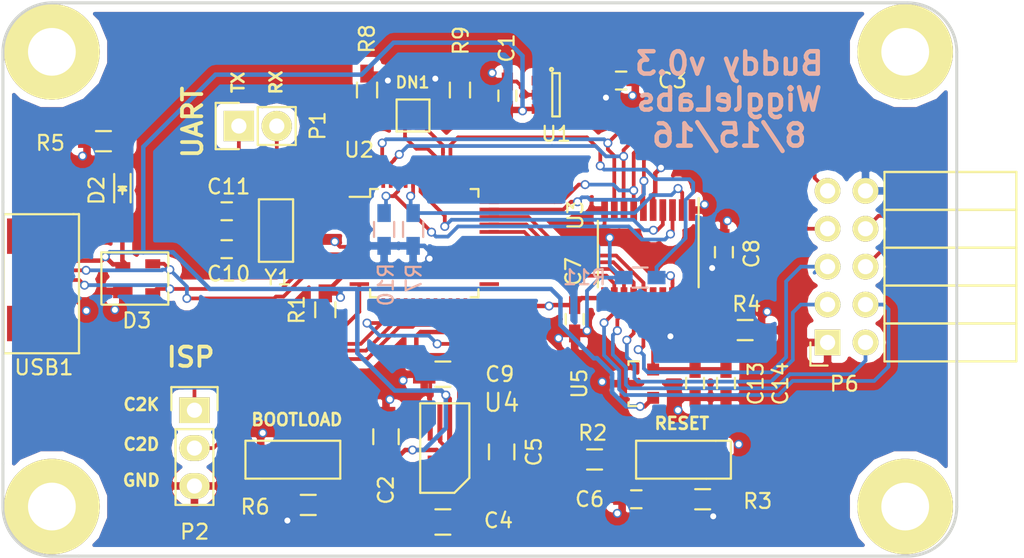
<source format=kicad_pcb>
(kicad_pcb (version 4) (host pcbnew 4.0.2-stable)
  (layers (0 F.Cu signal) (31 B.Cu signal) (34 B.Paste user) (35 F.Paste user) (36 B.SilkS user) (37 F.SilkS user) (38 B.Mask user) (39 F.Mask user) (44 Edge.Cuts user))
  (net 0 "")
  (net 1 /mcu/ADC0_IN)
  (net 2 VBUS)
  (net 3 GND)
  (net 4 +3V3)
  (net 5 "Net-(C4-Pad1)")
  (net 6 "Net-(C4-Pad2)")
  (net 7 "Net-(C5-Pad1)")
  (net 8 "Net-(C5-Pad2)")
  (net 9 "Net-(C6-Pad1)")
  (net 10 +5V)
  (net 11 /periph/DAC_REF_V2_5)
  (net 12 /mcu/UART_TX)
  (net 13 /mcu/UART_RX)
  (net 14 /mcu/C2CK)
  (net 15 /mcu/C2D)
  (net 16 /mcu/ADC1_IN)
  (net 17 /mcu/ADC2_IN)
  (net 18 /mcu/ADC3_IN)
  (net 19 /mcu/ADC4_IN)
  (net 20 /mcu/ADC5_IN)
  (net 21 /mcu/ADC6_IN)
  (net 22 /mcu/ADC7_IN)
  (net 23 "Net-(R1-Pad1)")
  (net 24 VMCU_3V3)
  (net 25 /mcu/MCU_LDAC)
  (net 26 /mcu/SPI_MOSI)
  (net 27 "Net-(DN1-Pad4)")
  (net 28 "Net-(DN1-Pad3)")
  (net 29 /mcu/SPI_SCLK)
  (net 30 "Net-(U2-Pad5)")
  (net 31 "Net-(U2-Pad6)")
  (net 32 "Net-(U2-Pad15)")
  (net 33 "Net-(U2-Pad16)")
  (net 34 "Net-(U2-Pad17)")
  (net 35 "Net-(U2-Pad18)")
  (net 36 "Net-(U2-Pad19)")
  (net 37 "Net-(U2-Pad20)")
  (net 38 "Net-(U2-Pad21)")
  (net 39 "Net-(U2-Pad22)")
  (net 40 "Net-(U2-Pad23)")
  (net 41 "Net-(U2-Pad25)")
  (net 42 "Net-(U2-Pad26)")
  (net 43 "Net-(U2-Pad27)")
  (net 44 "Net-(U2-Pad28)")
  (net 45 "Net-(DN1-Pad2)")
  (net 46 "Net-(DN1-Pad1)")
  (net 47 "Net-(U2-Pad42)")
  (net 48 /mcu/SPI_CS)
  (net 49 "Net-(U2-Pad45)")
  (net 50 /periph/SPI_SOMI)
  (net 51 /mcu/USBDN)
  (net 52 /mcu/USBDP)
  (net 53 "Net-(U2-Pad29)")
  (net 54 "Net-(U2-Pad30)")
  (net 55 "Net-(D2-Pad1)")
  (net 56 "Net-(USB1-Pad4)")
  (net 57 "Net-(U2-Pad37)")
  (net 58 "Net-(U2-Pad38)")
  (net 59 "Net-(C10-Pad2)")
  (net 60 "Net-(C11-Pad2)")
  (net 61 "Net-(R6-Pad2)")
  (module Socket_Strips:Socket_Strip_Angled_2x05 (layer F.Cu) (at 102.95 78 90)
    (fp_text reference P6 (at -2.78032 1.11896 180) (layer F.SilkS))
    (fp_text value CONN_02X05 hide)
    (pad 1 thru_hole rect (at 0 0 90) (size 1.7272 1.7272) (drill 1.016) (layers *.Cu *.Mask F.SilkS) (net 3 GND))
    (pad 2 thru_hole oval (at 0 2.54 90) (size 1.7272 1.7272) (drill 1.016) (layers *.Cu *.Mask F.SilkS) (net 21 /mcu/ADC6_IN))
    (pad 3 thru_hole oval (at 2.54 0 90) (size 1.7272 1.7272) (drill 1.016) (layers *.Cu *.Mask F.SilkS) (net 20 /mcu/ADC5_IN))
    (pad 4 thru_hole oval (at 2.54 2.54 90) (size 1.7272 1.7272) (drill 1.016) (layers *.Cu *.Mask F.SilkS) (net 22 /mcu/ADC7_IN))
    (pad 5 thru_hole oval (at 5.08 0 90) (size 1.7272 1.7272) (drill 1.016) (layers *.Cu *.Mask F.SilkS) (net 19 /mcu/ADC4_IN))
    (pad 6 thru_hole oval (at 5.08 2.54 90) (size 1.7272 1.7272) (drill 1.016) (layers *.Cu *.Mask F.SilkS) (net 1 /mcu/ADC0_IN))
    (pad 7 thru_hole oval (at 7.62 0 90) (size 1.7272 1.7272) (drill 1.016) (layers *.Cu *.Mask F.SilkS) (net 18 /mcu/ADC3_IN))
    (pad 8 thru_hole oval (at 7.62 2.54 90) (size 1.7272 1.7272) (drill 1.016) (layers *.Cu *.Mask F.SilkS) (net 16 /mcu/ADC1_IN))
    (pad 9 thru_hole oval (at 10.16 0 90) (size 1.7272 1.7272) (drill 1.016) (layers *.Cu *.Mask F.SilkS) (net 17 /mcu/ADC2_IN))
    (pad 10 thru_hole oval (at 10.16 2.54 90) (size 1.7272 1.7272) (drill 1.016) (layers *.Cu *.Mask F.SilkS) (net 4 +3V3))
  )
  (module Capacitors_SMD:C_0603_HandSoldering (layer F.Cu) (at 81.504 61.46 90)
    (fp_text reference C1 (at 3.1902 -0.0381 90) (layer F.SilkS))
    (fp_text value 100nF hide)
    (pad 1 smd rect (at -0.95 0 90) (size 1.2 0.75) (layers F.Cu F.Paste F.Mask) (net 2 VBUS))
    (pad 2 smd rect (at 0.95 0 90) (size 1.2 0.75) (layers F.Cu F.Paste F.Mask) (net 3 GND))
  )
  (module Capacitors_SMD:C_0805_HandSoldering (layer F.Cu) (at 73.376 84.32 90)
    (fp_text reference C2 (at -3.576 0 90) (layer F.SilkS))
    (fp_text value 1uF hide)
    (pad 1 smd rect (at -1.25 0 90) (size 1.5 1.25) (layers F.Cu F.Paste F.Mask) (net 2 VBUS))
    (pad 2 smd rect (at 1.25 0 90) (size 1.5 1.25) (layers F.Cu F.Paste F.Mask) (net 3 GND))
  )
  (module Capacitors_SMD:C_0603_HandSoldering (layer F.Cu) (at 89.124 60.444)
    (fp_text reference C3 (at 3.429 0) (layer F.SilkS))
    (fp_text value C3 hide)
    (pad 1 smd rect (at -0.95 0) (size 1.2 0.75) (layers F.Cu F.Paste F.Mask) (net 4 +3V3))
    (pad 2 smd rect (at 0.95 0) (size 1.2 0.75) (layers F.Cu F.Paste F.Mask) (net 3 GND))
  )
  (module Capacitors_SMD:C_0805_HandSoldering (layer F.Cu) (at 77.186 90.035 180)
    (fp_text reference C4 (at -3.7211 0.1016 180) (layer F.SilkS))
    (fp_text value 1uF hide)
    (pad 1 smd rect (at -1.25 0 180) (size 1.5 1.25) (layers F.Cu F.Paste F.Mask) (net 5 "Net-(C4-Pad1)"))
    (pad 2 smd rect (at 1.25 0 180) (size 1.5 1.25) (layers F.Cu F.Paste F.Mask) (net 6 "Net-(C4-Pad2)"))
  )
  (module Capacitors_SMD:C_0805_HandSoldering (layer F.Cu) (at 81.123 85.336 90)
    (fp_text reference C5 (at 0 2.159 90) (layer F.SilkS))
    (fp_text value 1uF hide)
    (pad 1 smd rect (at -1.25 0 90) (size 1.5 1.25) (layers F.Cu F.Paste F.Mask) (net 7 "Net-(C5-Pad1)"))
    (pad 2 smd rect (at 1.25 0 90) (size 1.5 1.25) (layers F.Cu F.Paste F.Mask) (net 8 "Net-(C5-Pad2)"))
  )
  (module Capacitors_SMD:C_0603_HandSoldering (layer F.Cu) (at 90.14 88.511 180)
    (fp_text reference C6 (at 3.1242 0 180) (layer F.SilkS))
    (fp_text value 100nF hide)
    (pad 1 smd rect (at -0.95 0 180) (size 1.2 0.75) (layers F.Cu F.Paste F.Mask) (net 9 "Net-(C6-Pad1)"))
    (pad 2 smd rect (at 0.95 0 180) (size 1.2 0.75) (layers F.Cu F.Paste F.Mask) (net 3 GND))
  )
  (module Capacitors_SMD:C_0603_HandSoldering (layer F.Cu) (at 86.0125 76.446 270)
    (fp_text reference C7 (at -3.2004 0.0889 270) (layer F.SilkS))
    (fp_text value 100nF hide)
    (pad 1 smd rect (at -0.95 0 270) (size 1.2 0.75) (layers F.Cu F.Paste F.Mask) (net 10 +5V))
    (pad 2 smd rect (at 0.95 0 270) (size 1.2 0.75) (layers F.Cu F.Paste F.Mask) (net 3 GND))
  )
  (module Capacitors_SMD:C_0603_HandSoldering (layer F.Cu) (at 96.0074 71.9502 90)
    (fp_text reference C8 (at -0.1016 1.8542 270) (layer F.SilkS))
    (fp_text value 1uF hide)
    (pad 1 smd rect (at -0.95 0 90) (size 1.2 0.75) (layers F.Cu F.Paste F.Mask) (net 4 +3V3))
    (pad 2 smd rect (at 0.95 0 90) (size 1.2 0.75) (layers F.Cu F.Paste F.Mask) (net 3 GND))
  )
  (module Capacitors_SMD:C_0805_HandSoldering (layer F.Cu) (at 77.186 80.129 180)
    (fp_text reference C9 (at -3.81 0 180) (layer F.SilkS))
    (fp_text value 1uF hide)
    (pad 1 smd rect (at -1.25 0 180) (size 1.5 1.25) (layers F.Cu F.Paste F.Mask) (net 10 +5V))
    (pad 2 smd rect (at 1.25 0 180) (size 1.5 1.25) (layers F.Cu F.Paste F.Mask) (net 3 GND))
  )
  (module Capacitors_SMD:C_0603_HandSoldering (layer F.Cu) (at 94.077 80.7259 270)
    (fp_text reference C13 (at 0.0381 -4.064 270) (layer F.SilkS))
    (fp_text value 100nF hide)
    (pad 1 smd rect (at -0.95 0 270) (size 1.2 0.75) (layers F.Cu F.Paste F.Mask) (net 11 /periph/DAC_REF_V2_5))
    (pad 2 smd rect (at 0.95 0 270) (size 1.2 0.75) (layers F.Cu F.Paste F.Mask) (net 3 GND))
  )
  (module Capacitors_SMD:C_0603_HandSoldering (layer F.Cu) (at 96.1471 80.7259 270)
    (fp_text reference C14 (at 0.0381 -3.6449 450) (layer F.SilkS))
    (fp_text value 1uF hide)
    (pad 1 smd rect (at -0.95 0 270) (size 1.2 0.75) (layers F.Cu F.Paste F.Mask) (net 11 /periph/DAC_REF_V2_5))
    (pad 2 smd rect (at 0.95 0 270) (size 1.2 0.75) (layers F.Cu F.Paste F.Mask) (net 3 GND))
  )
  (module Resistors_SMD:R_0603_HandSoldering (layer F.Cu) (at 69.312 75.811 90)
    (fp_text reference R1 (at 0 -1.905 90) (layer F.SilkS))
    (fp_text value 100R hide)
    (pad 1 smd rect (at -1.1 0 90) (size 1.2 0.9) (layers F.Cu F.Paste F.Mask) (net 23 "Net-(R1-Pad1)"))
    (pad 2 smd rect (at 1.1 0 90) (size 1.2 0.9) (layers F.Cu F.Paste F.Mask) (net 2 VBUS))
  )
  (module Resistors_SMD:R_0603_HandSoldering (layer F.Cu) (at 87.346 85.844 180)
    (fp_text reference R2 (at 0.127 1.778 180) (layer F.SilkS))
    (fp_text value 1k hide)
    (pad 1 smd rect (at -1.1 0 180) (size 1.2 0.9) (layers F.Cu F.Paste F.Mask) (net 9 "Net-(C6-Pad1)"))
    (pad 2 smd rect (at 1.1 0 180) (size 1.2 0.9) (layers F.Cu F.Paste F.Mask) (net 14 /mcu/C2CK))
  )
  (module Resistors_SMD:R_0603_HandSoldering (layer F.Cu) (at 97.4298 77.1699)
    (fp_text reference R4 (at 0.1016 -1.7399) (layer F.SilkS))
    (fp_text value 0R hide)
    (pad 1 smd rect (at -1.1 0) (size 1.2 0.9) (layers F.Cu F.Paste F.Mask) (net 25 /mcu/MCU_LDAC))
    (pad 2 smd rect (at 1.1 0) (size 1.2 0.9) (layers F.Cu F.Paste F.Mask) (net 3 GND))
  )
  (module Resistors_SMD:R_0603_HandSoldering (layer B.Cu) (at 75.1921 70.4262 90)
    (fp_text reference R7 (at -3.25 0.05 90) (layer B.SilkS) (effects (justify mirror)))
    (fp_text value 10k hide)
    (pad 1 smd rect (at -1.1 0 90) (size 1.2 0.9) (layers B.Cu B.Paste B.Mask) (net 4 +3V3))
    (pad 2 smd rect (at 1.1 0 90) (size 1.2 0.9) (layers B.Cu B.Paste B.Mask) (net 26 /mcu/SPI_MOSI))
  )
  (module Resistors_SMD:R_0603_HandSoldering (layer F.Cu) (at 72.106 61.079 270)
    (fp_text reference R8 (at -3.429 0 270) (layer F.SilkS))
    (fp_text value 1k hide)
    (pad 1 smd rect (at -1.1 0 270) (size 1.2 0.9) (layers F.Cu F.Paste F.Mask) (net 4 +3V3))
    (pad 2 smd rect (at 1.1 0 270) (size 1.2 0.9) (layers F.Cu F.Paste F.Mask) (net 46 "Net-(DN1-Pad1)"))
  )
  (module Resistors_SMD:R_0603_HandSoldering (layer F.Cu) (at 78.329 61.079 270)
    (fp_text reference R9 (at -3.3147 -0.0635 270) (layer F.SilkS))
    (fp_text value 1k hide)
    (pad 1 smd rect (at -1.1 0 270) (size 1.2 0.9) (layers F.Cu F.Paste F.Mask) (net 4 +3V3))
    (pad 2 smd rect (at 1.1 0 270) (size 1.2 0.9) (layers F.Cu F.Paste F.Mask) (net 45 "Net-(DN1-Pad2)"))
  )
  (module Resistors_SMD:R_0603_HandSoldering (layer B.Cu) (at 73.249 70.4262 90)
    (fp_text reference R10 (at -3.70332 0.12446 90) (layer B.SilkS) (effects (justify mirror)))
    (fp_text value 10k hide)
    (pad 1 smd rect (at -1.1 0 90) (size 1.2 0.9) (layers B.Cu B.Paste B.Mask) (net 4 +3V3))
    (pad 2 smd rect (at 1.1 0 90) (size 1.2 0.9) (layers B.Cu B.Paste B.Mask) (net 29 /mcu/SPI_SCLK))
  )
  (module Resistors_SMD:R_0603_HandSoldering (layer B.Cu) (at 90.394 73.652)
    (fp_text reference R11 (at -3.72618 -0.0127) (layer B.SilkS) (effects (justify mirror)))
    (fp_text value 0R_NM hide)
    (pad 1 smd rect (at -1.1 0) (size 1.2 0.9) (layers B.Cu B.Paste B.Mask) (net 3 GND))
    (pad 2 smd rect (at 1.1 0) (size 1.2 0.9) (layers B.Cu B.Paste B.Mask) (net 25 /mcu/MCU_LDAC))
  )
  (module TO_SOT_Packages_SMD:SOT-23-5 (layer F.Cu) (at 84.763 61.399)
    (fp_text reference U1 (at 0.0049 2.6264) (layer F.SilkS))
    (fp_text value MCP1802T-3302I/OT hide)
    (pad 1 smd rect (at -1.1 -0.95) (size 1.06 0.65) (layers F.Cu F.Paste F.Mask) (net 2 VBUS))
    (pad 2 smd rect (at -1.1 0) (size 1.06 0.65) (layers F.Cu F.Paste F.Mask) (net 3 GND))
    (pad 3 smd rect (at -1.1 0.95) (size 1.06 0.65) (layers F.Cu F.Paste F.Mask) (net 2 VBUS))
    (pad 4 smd rect (at 1.1 0.95) (size 1.06 0.65) (layers F.Cu F.Paste F.Mask))
    (pad 5 smd rect (at 1.1 -0.95) (size 1.06 0.65) (layers F.Cu F.Paste F.Mask) (net 4 +3V3))
  )
  (module Housings_QFP:LQFP-48_7x7mm_Pitch0.5mm (layer F.Cu) (at 75.9414 71.3406)
    (fp_text reference U2 (at -4.3688 -6.2484) (layer F.SilkS))
    (fp_text value C8051F380 hide)
    (pad 1 smd rect (at -4.35 -2.75) (size 1.3 0.25) (layers F.Cu F.Paste F.Mask) (net 13 /mcu/UART_RX))
    (pad 2 smd rect (at -4.35 -2.25) (size 1.3 0.25) (layers F.Cu F.Paste F.Mask) (net 12 /mcu/UART_TX))
    (pad 3 smd rect (at -4.35 -1.75) (size 1.3 0.25) (layers F.Cu F.Paste F.Mask) (net 60 "Net-(C11-Pad2)"))
    (pad 4 smd rect (at -4.35 -1.25) (size 1.3 0.25) (layers F.Cu F.Paste F.Mask) (net 59 "Net-(C10-Pad2)"))
    (pad 5 smd rect (at -4.35 -0.75) (size 1.3 0.25) (layers F.Cu F.Paste F.Mask) (net 30 "Net-(U2-Pad5)"))
    (pad 6 smd rect (at -4.35 -0.25) (size 1.3 0.25) (layers F.Cu F.Paste F.Mask) (net 31 "Net-(U2-Pad6)"))
    (pad 7 smd rect (at -4.35 0.25) (size 1.3 0.25) (layers F.Cu F.Paste F.Mask) (net 3 GND))
    (pad 8 smd rect (at -4.35 0.75) (size 1.3 0.25) (layers F.Cu F.Paste F.Mask) (net 52 /mcu/USBDP))
    (pad 9 smd rect (at -4.35 1.25) (size 1.3 0.25) (layers F.Cu F.Paste F.Mask) (net 51 /mcu/USBDN))
    (pad 10 smd rect (at -4.35 1.75) (size 1.3 0.25) (layers F.Cu F.Paste F.Mask) (net 24 VMCU_3V3))
    (pad 11 smd rect (at -4.35 2.25) (size 1.3 0.25) (layers F.Cu F.Paste F.Mask) (net 2 VBUS))
    (pad 12 smd rect (at -4.35 2.75) (size 1.3 0.25) (layers F.Cu F.Paste F.Mask) (net 23 "Net-(R1-Pad1)"))
    (pad 13 smd rect (at -2.75 4.35 90) (size 1.3 0.25) (layers F.Cu F.Paste F.Mask) (net 14 /mcu/C2CK))
    (pad 14 smd rect (at -2.25 4.35 90) (size 1.3 0.25) (layers F.Cu F.Paste F.Mask) (net 15 /mcu/C2D))
    (pad 15 smd rect (at -1.75 4.35 90) (size 1.3 0.25) (layers F.Cu F.Paste F.Mask) (net 32 "Net-(U2-Pad15)"))
    (pad 16 smd rect (at -1.25 4.35 90) (size 1.3 0.25) (layers F.Cu F.Paste F.Mask) (net 33 "Net-(U2-Pad16)"))
    (pad 17 smd rect (at -0.75 4.35 90) (size 1.3 0.25) (layers F.Cu F.Paste F.Mask) (net 34 "Net-(U2-Pad17)"))
    (pad 18 smd rect (at -0.25 4.35 90) (size 1.3 0.25) (layers F.Cu F.Paste F.Mask) (net 35 "Net-(U2-Pad18)"))
    (pad 19 smd rect (at 0.25 4.35 90) (size 1.3 0.25) (layers F.Cu F.Paste F.Mask) (net 36 "Net-(U2-Pad19)"))
    (pad 20 smd rect (at 0.75 4.35 90) (size 1.3 0.25) (layers F.Cu F.Paste F.Mask) (net 37 "Net-(U2-Pad20)"))
    (pad 21 smd rect (at 1.25 4.35 90) (size 1.3 0.25) (layers F.Cu F.Paste F.Mask) (net 38 "Net-(U2-Pad21)"))
    (pad 22 smd rect (at 1.75 4.35 90) (size 1.3 0.25) (layers F.Cu F.Paste F.Mask) (net 39 "Net-(U2-Pad22)"))
    (pad 23 smd rect (at 2.25 4.35 90) (size 1.3 0.25) (layers F.Cu F.Paste F.Mask) (net 40 "Net-(U2-Pad23)"))
    (pad 24 smd rect (at 2.75 4.35 90) (size 1.3 0.25) (layers F.Cu F.Paste F.Mask) (net 61 "Net-(R6-Pad2)"))
    (pad 25 smd rect (at 4.35 2.75) (size 1.3 0.25) (layers F.Cu F.Paste F.Mask) (net 41 "Net-(U2-Pad25)"))
    (pad 26 smd rect (at 4.35 2.25) (size 1.3 0.25) (layers F.Cu F.Paste F.Mask) (net 42 "Net-(U2-Pad26)"))
    (pad 27 smd rect (at 4.35 1.75) (size 1.3 0.25) (layers F.Cu F.Paste F.Mask) (net 43 "Net-(U2-Pad27)"))
    (pad 28 smd rect (at 4.35 1.25) (size 1.3 0.25) (layers F.Cu F.Paste F.Mask) (net 44 "Net-(U2-Pad28)"))
    (pad 29 smd rect (at 4.35 0.75) (size 1.3 0.25) (layers F.Cu F.Paste F.Mask) (net 53 "Net-(U2-Pad29)"))
    (pad 30 smd rect (at 4.35 0.25) (size 1.3 0.25) (layers F.Cu F.Paste F.Mask) (net 54 "Net-(U2-Pad30)"))
    (pad 31 smd rect (at 4.35 -0.25) (size 1.3 0.25) (layers F.Cu F.Paste F.Mask) (net 22 /mcu/ADC7_IN))
    (pad 32 smd rect (at 4.35 -0.75) (size 1.3 0.25) (layers F.Cu F.Paste F.Mask) (net 21 /mcu/ADC6_IN))
    (pad 33 smd rect (at 4.35 -1.25) (size 1.3 0.25) (layers F.Cu F.Paste F.Mask) (net 20 /mcu/ADC5_IN))
    (pad 34 smd rect (at 4.35 -1.75) (size 1.3 0.25) (layers F.Cu F.Paste F.Mask) (net 19 /mcu/ADC4_IN))
    (pad 35 smd rect (at 4.35 -2.25) (size 1.3 0.25) (layers F.Cu F.Paste F.Mask) (net 18 /mcu/ADC3_IN))
    (pad 36 smd rect (at 4.35 -2.75) (size 1.3 0.25) (layers F.Cu F.Paste F.Mask) (net 17 /mcu/ADC2_IN))
    (pad 37 smd rect (at 2.75 -4.35 90) (size 1.3 0.25) (layers F.Cu F.Paste F.Mask) (net 57 "Net-(U2-Pad37)"))
    (pad 38 smd rect (at 2.25 -4.35 90) (size 1.3 0.25) (layers F.Cu F.Paste F.Mask) (net 58 "Net-(U2-Pad38)"))
    (pad 39 smd rect (at 1.75 -4.35 90) (size 1.3 0.25) (layers F.Cu F.Paste F.Mask) (net 25 /mcu/MCU_LDAC))
    (pad 40 smd rect (at 1.25 -4.35 90) (size 1.3 0.25) (layers F.Cu F.Paste F.Mask) (net 27 "Net-(DN1-Pad4)"))
    (pad 41 smd rect (at 0.75 -4.35 90) (size 1.3 0.25) (layers F.Cu F.Paste F.Mask) (net 28 "Net-(DN1-Pad3)"))
    (pad 42 smd rect (at 0.25 -4.35 90) (size 1.3 0.25) (layers F.Cu F.Paste F.Mask) (net 47 "Net-(U2-Pad42)"))
    (pad 43 smd rect (at -0.25 -4.35 90) (size 1.3 0.25) (layers F.Cu F.Paste F.Mask) (net 48 /mcu/SPI_CS))
    (pad 44 smd rect (at -0.75 -4.35 90) (size 1.3 0.25) (layers F.Cu F.Paste F.Mask) (net 26 /mcu/SPI_MOSI))
    (pad 45 smd rect (at -1.25 -4.35 90) (size 1.3 0.25) (layers F.Cu F.Paste F.Mask) (net 49 "Net-(U2-Pad45)"))
    (pad 46 smd rect (at -1.75 -4.35 90) (size 1.3 0.25) (layers F.Cu F.Paste F.Mask) (net 29 /mcu/SPI_SCLK))
    (pad 47 smd rect (at -2.25 -4.35 90) (size 1.3 0.25) (layers F.Cu F.Paste F.Mask) (net 16 /mcu/ADC1_IN))
    (pad 48 smd rect (at -2.75 -4.35 90) (size 1.3 0.25) (layers F.Cu F.Paste F.Mask) (net 1 /mcu/ADC0_IN))
  )
  (module Housings_SSOP:TSSOP-20_4.4x6.5mm_Pitch0.65mm (layer F.Cu) (at 90.9401 72.0772 270)
    (fp_text reference U3 (at -2.6162 4.8768 270) (layer F.SilkS))
    (fp_text value TLV5630 hide)
    (pad 1 smd rect (at -2.95 -2.925 270) (size 1.45 0.45) (layers F.Cu F.Paste F.Mask) (net 3 GND))
    (pad 2 smd rect (at -2.95 -2.275 270) (size 1.45 0.45) (layers F.Cu F.Paste F.Mask) (net 26 /mcu/SPI_MOSI))
    (pad 3 smd rect (at -2.95 -1.625 270) (size 1.45 0.45) (layers F.Cu F.Paste F.Mask) (net 29 /mcu/SPI_SCLK))
    (pad 4 smd rect (at -2.95 -0.975 270) (size 1.45 0.45) (layers F.Cu F.Paste F.Mask) (net 48 /mcu/SPI_CS))
    (pad 5 smd rect (at -2.95 -0.325 270) (size 1.45 0.45) (layers F.Cu F.Paste F.Mask) (net 4 +3V3))
    (pad 6 smd rect (at -2.95 0.325 270) (size 1.45 0.45) (layers F.Cu F.Paste F.Mask) (net 18 /mcu/ADC3_IN))
    (pad 7 smd rect (at -2.95 0.975 270) (size 1.45 0.45) (layers F.Cu F.Paste F.Mask) (net 17 /mcu/ADC2_IN))
    (pad 8 smd rect (at -2.95 1.625 270) (size 1.45 0.45) (layers F.Cu F.Paste F.Mask) (net 16 /mcu/ADC1_IN))
    (pad 9 smd rect (at -2.95 2.275 270) (size 1.45 0.45) (layers F.Cu F.Paste F.Mask) (net 1 /mcu/ADC0_IN))
    (pad 10 smd rect (at -2.95 2.925 270) (size 1.45 0.45) (layers F.Cu F.Paste F.Mask) (net 3 GND))
    (pad 11 smd rect (at 2.95 2.925 270) (size 1.45 0.45) (layers F.Cu F.Paste F.Mask) (net 10 +5V))
    (pad 12 smd rect (at 2.95 2.275 270) (size 1.45 0.45) (layers F.Cu F.Paste F.Mask) (net 22 /mcu/ADC7_IN))
    (pad 13 smd rect (at 2.95 1.625 270) (size 1.45 0.45) (layers F.Cu F.Paste F.Mask) (net 21 /mcu/ADC6_IN))
    (pad 14 smd rect (at 2.95 0.975 270) (size 1.45 0.45) (layers F.Cu F.Paste F.Mask) (net 20 /mcu/ADC5_IN))
    (pad 15 smd rect (at 2.95 0.325 270) (size 1.45 0.45) (layers F.Cu F.Paste F.Mask) (net 19 /mcu/ADC4_IN))
    (pad 16 smd rect (at 2.95 -0.325 270) (size 1.45 0.45) (layers F.Cu F.Paste F.Mask) (net 11 /periph/DAC_REF_V2_5))
    (pad 17 smd rect (at 2.95 -0.975 270) (size 1.45 0.45) (layers F.Cu F.Paste F.Mask) (net 4 +3V3))
    (pad 18 smd rect (at 2.95 -1.625 270) (size 1.45 0.45) (layers F.Cu F.Paste F.Mask) (net 25 /mcu/MCU_LDAC))
    (pad 19 smd rect (at 2.95 -2.275 270) (size 1.45 0.45) (layers F.Cu F.Paste F.Mask) (net 50 /periph/SPI_SOMI))
    (pad 20 smd rect (at 2.95 -2.925 270) (size 1.45 0.45) (layers F.Cu F.Paste F.Mask) (net 4 +3V3))
  )
  (module TO_SOT_Packages_SMD:SOT-23 (layer F.Cu) (at 90.267 80.764 90)
    (fp_text reference U5 (at 0 -3.937 90) (layer F.SilkS))
    (fp_text value REF3325AIDBZR hide)
    (pad 1 smd rect (at -0.95 1.00076 90) (size 0.8001 0.8001) (layers F.Cu F.Paste F.Mask) (net 2 VBUS))
    (pad 2 smd rect (at 0.95 1.00076 90) (size 0.8001 0.8001) (layers F.Cu F.Paste F.Mask) (net 11 /periph/DAC_REF_V2_5))
    (pad 3 smd rect (at 0 -0.99822 90) (size 0.8001 0.8001) (layers F.Cu F.Paste F.Mask) (net 3 GND))
  )
  (module led:LTST-C195KGJRKT (layer F.Cu) (at 74.9 62.603)
    (fp_text reference DN1 (at 0.254 -2.032) (layer F.SilkS) (effects (font (size 0.75 0.75))))
    (fp_text value LTST-C195KGJRKT hide)
    (pad 4 smd rect (at 0.8255 0.8261) (size 0.85 0.65) (layers F.Cu F.Paste F.Mask) (net 27 "Net-(DN1-Pad4)"))
    (pad 3 smd rect (at -0.2508 0.8261) (size 0.85 0.65) (layers F.Cu F.Paste F.Mask) (net 28 "Net-(DN1-Pad3)"))
    (pad 2 smd rect (at 0.8128 -0.4572) (size 0.85 0.65) (layers F.Cu F.Paste F.Mask) (net 45 "Net-(DN1-Pad2)"))
    (pad 1 smd rect (at -0.2508 -0.4572) (size 0.85 0.65) (layers F.Cu F.Paste F.Mask) (net 46 "Net-(DN1-Pad1)"))
  )
  (module Socket_Strips:Socket_Strip_Straight_1x02 (layer F.Cu) (at 63.5208 63.492)
    (fp_text reference P1 (at 5.2832 -0.0127 90) (layer F.SilkS))
    (fp_text value CONN_01X02 hide)
    (pad 1 thru_hole rect (at 0 0) (size 2.032 2.032) (drill 1.016) (layers *.Cu *.Mask F.SilkS) (net 12 /mcu/UART_TX))
    (pad 2 thru_hole oval (at 2.54 0) (size 2.032 2.032) (drill 1.016) (layers *.Cu *.Mask F.SilkS) (net 13 /mcu/UART_RX))
  )
  (module Socket_Strips:Socket_Strip_Straight_1x03 (layer F.Cu) (at 60.549 82.542 270)
    (fp_text reference P2 (at 8.1534 -0.0127 360) (layer F.SilkS))
    (fp_text value CONN_01X03 hide)
    (pad 1 thru_hole rect (at 0 0 270) (size 1.7272 2.032) (drill 1.016) (layers *.Cu *.Mask F.SilkS) (net 14 /mcu/C2CK))
    (pad 2 thru_hole oval (at 2.54 0 270) (size 1.7272 2.032) (drill 1.016) (layers *.Cu *.Mask F.SilkS) (net 15 /mcu/C2D))
    (pad 3 thru_hole oval (at 5.08 0 270) (size 1.7272 2.032) (drill 1.016) (layers *.Cu *.Mask F.SilkS) (net 3 GND))
  )
  (module LEDs:LED_0603 (layer F.Cu) (at 55.723 67.81 270)
    (fp_text reference D2 (at 0 1.7272 270) (layer F.SilkS))
    (fp_text value LED hide)
    (pad 2 smd rect (at 0.7493 0 90) (size 0.79756 0.79756) (layers F.Cu F.Paste F.Mask) (net 2 VBUS))
    (pad 1 smd rect (at -0.7493 0 90) (size 0.79756 0.79756) (layers F.Cu F.Paste F.Mask) (net 55 "Net-(D2-Pad1)"))
  )
  (module Resistors_SMD:R_0603_HandSoldering (layer F.Cu) (at 54.453 64.508 180)
    (fp_text reference R5 (at 3.556 -0.127 180) (layer F.SilkS))
    (fp_text value 1k hide)
    (pad 1 smd rect (at -1.1 0 180) (size 1.2 0.9) (layers F.Cu F.Paste F.Mask) (net 55 "Net-(D2-Pad1)"))
    (pad 2 smd rect (at 1.1 0 180) (size 1.2 0.9) (layers F.Cu F.Paste F.Mask) (net 3 GND))
  )
  (module tacticle:SKRKAEE010 (layer F.Cu) (at 93.301 85.86)
    (fp_text reference SW1 hide)
    (fp_text value SKRKAEE010 hide)
    (pad 2 smd rect (at 2.156 0) (size 1.4 2) (layers F.Cu F.Paste F.Mask) (net 3 GND))
    (pad 1 smd rect (at -2.156 0) (size 1.4 2) (layers F.Cu F.Paste F.Mask) (net 9 "Net-(C6-Pad1)"))
  )
  (module Resistors_SMD:R_0603_HandSoldering (layer F.Cu) (at 94.585 88.511 180)
    (fp_text reference R3 (at -3.683 -0.127 180) (layer F.SilkS))
    (fp_text value 1k hide)
    (pad 1 smd rect (at -1.1 0 180) (size 1.2 0.9) (layers F.Cu F.Paste F.Mask) (net 4 +3V3))
    (pad 2 smd rect (at 1.1 0 180) (size 1.2 0.9) (layers F.Cu F.Paste F.Mask) (net 9 "Net-(C6-Pad1)"))
  )
  (module usb:microb_usb_top_mount (layer F.Cu) (at 50.25 73.76)
    (fp_text reference USB1 (at 0.2159 5.9182) (layer F.SilkS))
    (fp_text value MICRO-B_USB hide)
    (pad 5 smd rect (at 1.3589 1.3554) (size 1.38 0.45) (layers F.Cu F.Paste F.Mask) (net 3 GND))
    (pad 4 smd rect (at 1.3589 0.7054) (size 1.38 0.45) (layers F.Cu F.Paste F.Mask) (net 56 "Net-(USB1-Pad4)"))
    (pad 3 smd rect (at 1.3589 0.0554) (size 1.38 0.45) (layers F.Cu F.Paste F.Mask) (net 52 /mcu/USBDP))
    (pad 2 smd rect (at 1.3589 -0.5946) (size 1.38 0.45) (layers F.Cu F.Paste F.Mask) (net 51 /mcu/USBDN))
    (pad 1 smd rect (at 1.3589 -1.2446) (size 1.38 0.45) (layers F.Cu F.Paste F.Mask) (net 2 VBUS))
    (pad 0 smd rect (at 1.0033 2.5273) (size 2.1 1.475) (layers F.Cu F.Paste F.Mask))
    (pad 0 smd rect (at 1.0033 -2.4257) (size 2.1 1.475) (layers F.Cu F.Paste F.Mask))
    (pad 0 smd rect (at -1.3041 -2.8829) (size 1.9 2.375) (layers F.Cu F.Paste F.Mask))
    (pad 0 smd rect (at -1.3041 2.9718) (size 1.9 2.375) (layers F.Cu F.Paste F.Mask))
  )
  (module esd_protection:PRTR5V0U2X,215 (layer F.Cu) (at 57.3503 73.8806)
    (fp_text reference D3 (at -0.6604 2.6543) (layer F.SilkS))
    (fp_text value PRTR5V0U2X,215 hide)
    (pad 4 smd rect (at -1.6 -0.9636) (size 1 0.6) (layers F.Cu F.Paste F.Mask) (net 2 VBUS))
    (pad 2 smd rect (at 0.4047 0.7874) (size 1 0.6) (layers F.Cu F.Paste F.Mask) (net 52 /mcu/USBDP))
    (pad 3 smd rect (at 0.4047 -1.1557) (size 1 0.6) (layers F.Cu F.Paste F.Mask) (net 51 /mcu/USBDN))
    (pad 1 smd rect (at -1.6 0.7) (size 1.3 0.9) (layers F.Cu F.Paste F.Mask) (net 3 GND))
  )
  (module switching_charge_pump:VSSOP8-DGK (layer F.Cu) (at 77.313 85.082 180)
    (fp_text reference U4 (at -3.81 3.048 360) (layer F.SilkS) (effects (font (size 1.2 1.2))))
    (fp_text value TPS60241 hide)
    (pad 8 smd rect (at -0.975 -1.75 180) (size 0.34 2.5) (layers F.Cu F.Paste F.Mask) (net 7 "Net-(C5-Pad1)"))
    (pad 1 smd rect (at -0.975 1.75 180) (size 0.34 2.5) (layers F.Cu F.Paste F.Mask) (net 10 +5V))
    (pad 7 smd rect (at -0.325 -1.75 180) (size 0.34 2.5) (layers F.Cu F.Paste F.Mask) (net 5 "Net-(C4-Pad1)"))
    (pad 2 smd rect (at -0.325 1.75 180) (size 0.34 2.5) (layers F.Cu F.Paste F.Mask) (net 2 VBUS))
    (pad 6 smd rect (at 0.325 -1.75 180) (size 0.34 2.5) (layers F.Cu F.Paste F.Mask) (net 2 VBUS))
    (pad 3 smd rect (at 0.325 1.75 180) (size 0.34 2.5) (layers F.Cu F.Paste F.Mask) (net 8 "Net-(C5-Pad2)"))
    (pad 5 smd rect (at 0.975 -1.75 180) (size 0.34 2.5) (layers F.Cu F.Paste F.Mask) (net 6 "Net-(C4-Pad2)"))
    (pad 4 smd rect (at 0.975 1.75 180) (size 0.34 2.5) (layers F.Cu F.Paste F.Mask) (net 3 GND))
  )
  (module Mounting_Holes:MountingHole_3.2mm_M3_Pad (layer F.Cu) (at 51 58.52)
    (fp_text reference REF** hide)
    (fp_text value "" hide)
    (pad 1 thru_hole circle (at 0 0) (size 6.4 6.4) (drill 3.2) (layers *.Cu *.Mask F.SilkS))
  )
  (module Mounting_Holes:MountingHole_3.2mm_M3_Pad (layer F.Cu) (at 51 89)
    (fp_text reference REF** hide)
    (fp_text value "" hide)
    (pad 1 thru_hole circle (at 0 0) (size 6.4 6.4) (drill 3.2) (layers *.Cu *.Mask F.SilkS))
  )
  (module Mounting_Holes:MountingHole_3.2mm_M3_Pad (layer F.Cu) (at 108.15 89)
    (fp_text reference REF** hide)
    (fp_text value "" hide)
    (pad 1 thru_hole circle (at 0 0) (size 6.4 6.4) (drill 3.2) (layers *.Cu *.Mask F.SilkS))
  )
  (module Mounting_Holes:MountingHole_3.2mm_M3_Pad (layer F.Cu) (at 108.15 58.52)
    (fp_text reference REF** hide)
    (fp_text value "" hide)
    (pad 1 thru_hole circle (at 0 0) (size 6.4 6.4) (drill 3.2) (layers *.Cu *.Mask F.SilkS))
  )
  (module Capacitors_SMD:C_0603 (layer F.Cu) (at 62.708 71.747)
    (fp_text reference C10 (at 0.127 1.651) (layer F.SilkS))
    (fp_text value 9pF hide)
    (pad 1 smd rect (at -0.75 0) (size 0.8 0.75) (layers F.Cu F.Paste F.Mask) (net 3 GND))
    (pad 2 smd rect (at 0.75 0) (size 0.8 0.75) (layers F.Cu F.Paste F.Mask) (net 59 "Net-(C10-Pad2)"))
  )
  (module Capacitors_SMD:C_0603 (layer F.Cu) (at 62.708 69.207)
    (fp_text reference C11 (at 0.127 -1.651) (layer F.SilkS))
    (fp_text value 9pF hide)
    (pad 1 smd rect (at -0.75 0) (size 0.8 0.75) (layers F.Cu F.Paste F.Mask) (net 3 GND))
    (pad 2 smd rect (at 0.75 0) (size 0.8 0.75) (layers F.Cu F.Paste F.Mask) (net 60 "Net-(C11-Pad2)"))
  )
  (module Resistors_SMD:R_0603_HandSoldering (layer F.Cu) (at 68.169 88.892)
    (fp_text reference R6 (at -3.556 0.127) (layer F.SilkS))
    (fp_text value 10k hide)
    (pad 1 smd rect (at -1.1 0) (size 1.2 0.9) (layers F.Cu F.Paste F.Mask) (net 4 +3V3))
    (pad 2 smd rect (at 1.1 0) (size 1.2 0.9) (layers F.Cu F.Paste F.Mask) (net 61 "Net-(R6-Pad2)"))
  )
  (module tacticle:SKRKAEE010 (layer F.Cu) (at 67.139 85.86 180)
    (fp_text reference SW2 hide)
    (fp_text value SKRKAEE010 hide)
    (pad 2 smd rect (at 2.156 0 180) (size 1.4 2) (layers F.Cu F.Paste F.Mask) (net 3 GND))
    (pad 1 smd rect (at -2.156 0 180) (size 1.4 2) (layers F.Cu F.Paste F.Mask) (net 61 "Net-(R6-Pad2)"))
  )
  (module watch_crystals:ABS07-LR-32.768kHz-6-1-T (layer F.Cu) (at 66.01 71.707 90)
    (fp_text reference Y1 (at -1.945 0.127 360) (layer F.SilkS))
    (fp_text value 32.768kHz hide)
    (pad 2 smd rect (at 2.5 0 90) (size 1.1 1.9) (layers F.Cu F.Paste F.Mask) (net 60 "Net-(C11-Pad2)"))
    (pad 1 smd rect (at 0 0 90) (size 1.1 1.9) (layers F.Cu F.Paste F.Mask) (net 59 "Net-(C10-Pad2)"))
  )
  (gr_text RESET (at 93.188 83.431) (layer F.SilkS) (effects (font (size 0.8 0.8) (thickness 0.18))))
  (gr_text BOOTLOAD (at 67.407 83.177) (layer F.SilkS) (effects (font (size 0.8 0.8) (thickness 0.18))))
  (gr_line (start 108.301 55.237) (end 51.024 55.237) (layer Edge.Cuts) (width 0.2))
  (gr_line (start 111.603 89.019) (end 111.603 58.539) (layer Edge.Cuts) (width 0.2))
  (gr_line (start 52.802 92.321) (end 108.301 92.321) (layer Edge.Cuts) (width 0.2))
  (gr_line (start 51.024 92.321) (end 52.802 92.321) (layer Edge.Cuts) (width 0.2))
  (gr_line (start 47.722 68.572) (end 47.722 58.539) (layer Edge.Cuts) (width 0.2))
  (gr_line (start 47.722 77.462) (end 47.722 68.572) (layer Edge.Cuts) (width 0.2))
  (gr_line (start 47.722 86.098) (end 47.722 77.462) (layer Edge.Cuts) (width 0.2))
  (gr_line (start 47.722 89.019) (end 47.722 86.098) (layer Edge.Cuts) (width 0.2))
  (gr_arc (start 51.024 58.539) (end 47.722 58.539) (angle 90) (layer Edge.Cuts) (width 0.2))
  (gr_arc (start 108.301 58.539) (end 108.301 55.237) (angle 90) (layer Edge.Cuts) (width 0.2))
  (gr_arc (start 108.301 89.019) (end 111.603 89.019) (angle 90) (layer Edge.Cuts) (width 0.2))
  (gr_arc (start 51.024 89.019) (end 51.024 92.321) (angle 90) (layer Edge.Cuts) (width 0.2))
  (gr_text RX (at 66.01 60.571 90) (layer F.SilkS) (effects (font (size 0.8 0.8) (thickness 0.18))))
  (gr_text TX (at 63.47 60.571 90) (layer F.SilkS) (effects (font (size 0.8 0.8) (thickness 0.18))))
  (gr_text UART (at 60.422 63.238 90) (layer F.SilkS) (effects (font (size 1.3 1.3) (thickness 0.25))))
  (gr_text ISP (at 60.295 78.986) (layer F.SilkS) (effects (font (size 1.3 1.3) (thickness 0.25))))
  (gr_text GND (at 56.993 87.241) (layer F.SilkS) (effects (font (size 0.8 0.8) (thickness 0.18))))
  (gr_text C2D (at 56.993 84.828) (layer F.SilkS) (effects (font (size 0.8 0.8) (thickness 0.18))))
  (gr_text C2K (at 56.993 82.161) (layer F.SilkS) (effects (font (size 0.8 0.8) (thickness 0.18))))
  (gr_text "Buddy v0.3\nWiggleLabs\n8/15/16" (at 96.363 61.714) (layer B.SilkS) (effects (font (size 1.5 1.5) (thickness 0.3)) (justify mirror)))
  (segment (start 88.235 64.635) (end 89.870999 62.999001) (width 0.25) (layer F.Cu) (net 1))
  (segment (start 89.870999 62.999001) (end 106.411001 62.999001) (width 0.25) (layer F.Cu) (net 1))
  (segment (start 106.411001 62.999001) (end 107.73501 64.32301) (width 0.25) (layer F.Cu) (net 1))
  (segment (start 107.73501 70.67499) (end 105.49 72.92) (width 0.25) (layer F.Cu) (net 1))
  (segment (start 107.73501 64.32301) (end 107.73501 70.67499) (width 0.25) (layer F.Cu) (net 1))
  (segment (start 88.235 64.635) (end 88.235 65.059264) (width 0.25) (layer F.Cu) (net 1))
  (segment (start 88.235 65.059264) (end 88.6651 65.489364) (width 0.25) (layer F.Cu) (net 1))
  (segment (start 88.6651 65.489364) (end 88.6651 69.1272) (width 0.25) (layer F.Cu) (net 1))
  (segment (start 87.981 64.381) (end 88.235 64.635) (width 0.25) (layer B.Cu) (net 1))
  (via (at 88.235 64.635) (size 0.6) (drill 0.4) (layers F.Cu B.Cu) (net 1))
  (segment (start 84.679 64.381) (end 87.981 64.381) (width 0.25) (layer B.Cu) (net 1))
  (segment (start 73.122 64.635) (end 73.122 66.9212) (width 0.25) (layer F.Cu) (net 1))
  (segment (start 73.122 66.9212) (end 73.1914 66.9906) (width 0.25) (layer F.Cu) (net 1))
  (segment (start 73.376 64.381) (end 73.122 64.635) (width 0.25) (layer B.Cu) (net 1))
  (via (at 73.122 64.635) (size 0.6) (drill 0.4) (layers F.Cu B.Cu) (net 1))
  (segment (start 84.679 64.381) (end 73.376 64.381) (width 0.25) (layer B.Cu) (net 1))
  (segment (start 61.565 74.414) (end 70.455 74.414) (width 0.3) (layer B.Cu) (net 2))
  (segment (start 70.328 74.541) (end 70.455 74.414) (width 0.3) (layer B.Cu) (net 2))
  (segment (start 70.455 74.414) (end 71.471 74.414) (width 0.3) (layer B.Cu) (net 2))
  (segment (start 70.328 74.977) (end 70.328 74.541) (width 0.3) (layer B.Cu) (net 2))
  (via (at 70.328 74.977) (size 0.6) (drill 0.4) (layers F.Cu B.Cu) (net 2))
  (segment (start 69.312 74.711) (end 70.062 74.711) (width 0.3) (layer F.Cu) (net 2))
  (segment (start 70.062 74.711) (end 70.328 74.977) (width 0.3) (layer F.Cu) (net 2))
  (segment (start 76.765002 85.209) (end 75.154 85.209) (width 0.3) (layer F.Cu) (net 2))
  (segment (start 75.154 85.209) (end 74.662 85.209) (width 0.3) (layer F.Cu) (net 2))
  (segment (start 75.916 85.209) (end 75.154 85.209) (width 0.3) (layer B.Cu) (net 2))
  (via (at 75.154 85.209) (size 0.6) (drill 0.4) (layers F.Cu B.Cu) (net 2))
  (segment (start 77.382 83.743) (end 75.916 85.209) (width 0.3) (layer B.Cu) (net 2))
  (segment (start 77.382 81.526) (end 77.382 83.743) (width 0.3) (layer B.Cu) (net 2))
  (segment (start 71.471 74.414) (end 84.425 74.414) (width 0.3) (layer B.Cu) (net 2))
  (segment (start 73.965001 81.226001) (end 71.455999 78.716999) (width 0.3) (layer B.Cu) (net 2))
  (segment (start 71.455999 78.716999) (end 71.455999 74.429001) (width 0.3) (layer B.Cu) (net 2))
  (segment (start 71.455999 74.429001) (end 71.471 74.414) (width 0.3) (layer B.Cu) (net 2))
  (segment (start 77.382 81.526) (end 77.082001 81.226001) (width 0.3) (layer B.Cu) (net 2))
  (segment (start 77.082001 81.226001) (end 73.965001 81.226001) (width 0.3) (layer B.Cu) (net 2))
  (via (at 77.382 81.526) (size 0.6) (drill 0.4) (layers F.Cu B.Cu) (net 2))
  (segment (start 77.638 83.332) (end 77.638 81.782) (width 0.3) (layer F.Cu) (net 2))
  (segment (start 77.638 81.782) (end 77.382 81.526) (width 0.3) (layer F.Cu) (net 2))
  (segment (start 76.988 86.832) (end 76.988 85.431998) (width 0.3) (layer F.Cu) (net 2))
  (segment (start 76.988 85.431998) (end 76.765002 85.209) (width 0.3) (layer F.Cu) (net 2))
  (segment (start 74.662 85.209) (end 74.301 85.57) (width 0.3) (layer F.Cu) (net 2))
  (segment (start 74.301 85.57) (end 73.376 85.57) (width 0.3) (layer F.Cu) (net 2))
  (segment (start 71.5914 73.5906) (end 70.4324 73.5906) (width 0.3) (layer F.Cu) (net 2))
  (segment (start 70.4324 73.5906) (end 69.312 74.711) (width 0.3) (layer F.Cu) (net 2))
  (segment (start 57.12 71.955001) (end 59.106001 71.955001) (width 0.3) (layer B.Cu) (net 2))
  (segment (start 88.52199 81.341755) (end 89.468235 82.288) (width 0.3) (layer B.Cu) (net 2))
  (segment (start 59.106001 71.955001) (end 61.565 74.414) (width 0.3) (layer B.Cu) (net 2))
  (segment (start 84.425 74.414) (end 85.06 75.049) (width 0.3) (layer B.Cu) (net 2))
  (segment (start 88.52199 80.071754) (end 88.52199 81.341755) (width 0.3) (layer B.Cu) (net 2))
  (segment (start 85.06 75.049) (end 85.06 76.827) (width 0.3) (layer B.Cu) (net 2))
  (segment (start 85.06 76.827) (end 87.288755 79.055755) (width 0.3) (layer B.Cu) (net 2))
  (segment (start 87.288755 79.055755) (end 87.50599 79.055755) (width 0.3) (layer B.Cu) (net 2))
  (segment (start 87.50599 79.055755) (end 88.52199 80.071754) (width 0.3) (layer B.Cu) (net 2))
  (segment (start 89.468235 82.288) (end 90.394 82.288) (width 0.3) (layer B.Cu) (net 2))
  (segment (start 83.663 60.449) (end 84.493 60.449) (width 0.3) (layer F.Cu) (net 2))
  (segment (start 84.493 60.449) (end 84.806 60.762) (width 0.3) (layer F.Cu) (net 2))
  (segment (start 84.806 60.762) (end 84.806 62.036) (width 0.3) (layer F.Cu) (net 2))
  (segment (start 84.806 62.036) (end 84.493 62.349) (width 0.3) (layer F.Cu) (net 2))
  (segment (start 84.493 62.349) (end 83.663 62.349) (width 0.3) (layer F.Cu) (net 2))
  (segment (start 55.9643 72.763) (end 55.088 72.763) (width 0.3) (layer F.Cu) (net 2))
  (segment (start 55.088 72.763) (end 54.58 72.255) (width 0.3) (layer F.Cu) (net 2))
  (segment (start 90.394 82.288) (end 90.69376 82.288) (width 0.3) (layer F.Cu) (net 2))
  (segment (start 90.69376 82.288) (end 91.26776 81.714) (width 0.3) (layer F.Cu) (net 2))
  (via (at 90.394 82.288) (size 0.6) (drill 0.4) (layers F.Cu B.Cu) (net 2))
  (segment (start 82.52 62.476) (end 81.57 62.476) (width 0.3) (layer F.Cu) (net 2))
  (segment (start 81.57 62.476) (end 81.504 62.41) (width 0.3) (layer F.Cu) (net 2))
  (segment (start 82.52 58.793) (end 82.52 62.476) (width 0.3) (layer B.Cu) (net 2))
  (via (at 82.52 62.476) (size 0.6) (drill 0.4) (layers F.Cu B.Cu) (net 2))
  (segment (start 81.631 57.904) (end 82.52 58.793) (width 0.3) (layer B.Cu) (net 2))
  (segment (start 73.884 57.904) (end 81.631 57.904) (width 0.3) (layer B.Cu) (net 2))
  (segment (start 71.740001 60.047999) (end 73.884 57.904) (width 0.3) (layer B.Cu) (net 2))
  (segment (start 57.12 64.889) (end 61.961001 60.047999) (width 0.3) (layer B.Cu) (net 2))
  (segment (start 61.961001 60.047999) (end 71.740001 60.047999) (width 0.3) (layer B.Cu) (net 2))
  (segment (start 54.879999 71.955001) (end 57.12 71.955001) (width 0.3) (layer B.Cu) (net 2))
  (segment (start 57.12 71.955001) (end 57.12 64.889) (width 0.3) (layer B.Cu) (net 2))
  (segment (start 83.663 62.349) (end 81.565 62.349) (width 0.3) (layer F.Cu) (net 2))
  (segment (start 81.565 62.349) (end 81.504 62.41) (width 0.3) (layer F.Cu) (net 2))
  (segment (start 54.58 72.255) (end 54.879999 71.955001) (width 0.3) (layer B.Cu) (net 2))
  (segment (start 54.319601 72.515399) (end 54.58 72.255) (width 0.3) (layer F.Cu) (net 2))
  (via (at 54.58 72.255) (size 0.6) (drill 0.4) (layers F.Cu B.Cu) (net 2))
  (segment (start 52.598901 72.515399) (end 54.319601 72.515399) (width 0.3) (layer F.Cu) (net 2))
  (segment (start 77.638 83.582) (end 77.638 82.282) (width 0.3) (layer F.Cu) (net 2))
  (segment (start 55.723 68.5593) (end 55.723 72.5217) (width 0.3) (layer F.Cu) (net 2))
  (segment (start 55.723 72.5217) (end 55.9643 72.763) (width 0.3) (layer F.Cu) (net 2))
  (segment (start 51.6089 72.5154) (end 52.598901 72.515399) (width 0.3) (layer F.Cu) (net 2))
  (via (at 88.87 89.456) (size 0.6) (drill 0.4) (layers F.Cu B.Cu) (net 3))
  (segment (start 89.19 88.511) (end 89.19 89.136) (width 0.25) (layer F.Cu) (net 3))
  (segment (start 89.19 89.136) (end 88.87 89.456) (width 0.25) (layer F.Cu) (net 3))
  (segment (start 96.998 85.269) (end 96.998 84.828) (width 0.25) (layer F.Cu) (net 3))
  (via (at 96.998 84.828) (size 0.6) (drill 0.4) (layers F.Cu B.Cu) (net 3))
  (segment (start 95.457 85.86) (end 96.407 85.86) (width 0.25) (layer F.Cu) (net 3))
  (segment (start 96.407 85.86) (end 96.998 85.269) (width 0.25) (layer F.Cu) (net 3))
  (segment (start 64.983 84.204) (end 65.121 84.066) (width 0.25) (layer F.Cu) (net 3))
  (via (at 65.121 84.066) (size 0.6) (drill 0.4) (layers F.Cu B.Cu) (net 3))
  (segment (start 64.983 85.86) (end 64.983 84.204) (width 0.25) (layer F.Cu) (net 3))
  (via (at 73.63 81.816) (size 0.6) (drill 0.4) (layers F.Cu B.Cu) (net 3))
  (segment (start 73.376 83.07) (end 73.376 82.07) (width 0.25) (layer F.Cu) (net 3))
  (segment (start 73.376 82.07) (end 73.63 81.816) (width 0.25) (layer F.Cu) (net 3))
  (via (at 74.519 80.546) (size 0.6) (drill 0.4) (layers F.Cu B.Cu) (net 3))
  (segment (start 75.936 80.129) (end 74.936 80.129) (width 0.25) (layer F.Cu) (net 3))
  (segment (start 74.936 80.129) (end 74.519 80.546) (width 0.25) (layer F.Cu) (net 3))
  (segment (start 76.338 83.332) (end 76.338 80.531) (width 0.25) (layer F.Cu) (net 3))
  (segment (start 76.338 80.531) (end 75.936 80.129) (width 0.25) (layer F.Cu) (net 3))
  (segment (start 76.338 83.332) (end 73.638 83.332) (width 0.25) (layer F.Cu) (net 3))
  (segment (start 73.638 83.332) (end 73.376 83.07) (width 0.25) (layer F.Cu) (net 3))
  (via (at 55.2199 75.811) (size 0.6) (drill 0.4) (layers F.Cu B.Cu) (net 3))
  (segment (start 55.7503 74.5806) (end 55.7503 75.2806) (width 0.25) (layer F.Cu) (net 3))
  (segment (start 55.7503 75.2806) (end 55.2199 75.811) (width 0.25) (layer F.Cu) (net 3))
  (via (at 53.31 75.8765) (size 0.6) (drill 0.4) (layers F.Cu B.Cu) (net 3))
  (segment (start 51.6089 75.1154) (end 52.5489 75.1154) (width 0.25) (layer F.Cu) (net 3))
  (segment (start 52.5489 75.1154) (end 53.31 75.8765) (width 0.25) (layer F.Cu) (net 3))
  (segment (start 88.362 70.985) (end 88.362 72.87) (width 0.25) (layer B.Cu) (net 3))
  (segment (start 88.362 72.87) (end 89.144 73.652) (width 0.25) (layer B.Cu) (net 3))
  (segment (start 89.144 73.652) (end 89.294 73.652) (width 0.25) (layer B.Cu) (net 3))
  (segment (start 88.0151 70.6381) (end 88.362 70.985) (width 0.25) (layer F.Cu) (net 3))
  (via (at 88.362 70.985) (size 0.6) (drill 0.4) (layers F.Cu B.Cu) (net 3))
  (segment (start 88.0151 69.1272) (end 88.0151 70.6381) (width 0.25) (layer F.Cu) (net 3))
  (segment (start 86.838 77.208) (end 86.2005 77.208) (width 0.25) (layer F.Cu) (net 3))
  (segment (start 86.2005 77.208) (end 86.0125 77.396) (width 0.25) (layer F.Cu) (net 3))
  (segment (start 86.838 74.541) (end 86.838 77.208) (width 0.25) (layer B.Cu) (net 3))
  (via (at 86.838 77.208) (size 0.6) (drill 0.4) (layers F.Cu B.Cu) (net 3))
  (segment (start 87.727 73.652) (end 86.838 74.541) (width 0.25) (layer B.Cu) (net 3))
  (segment (start 89.294 73.652) (end 87.727 73.652) (width 0.25) (layer B.Cu) (net 3))
  (segment (start 86.0785 77.462) (end 86.0125 77.396) (width 0.25) (layer F.Cu) (net 3))
  (segment (start 92.934 82.1939) (end 92.934 82.542) (width 0.25) (layer F.Cu) (net 3))
  (via (at 92.934 82.542) (size 0.6) (drill 0.4) (layers F.Cu B.Cu) (net 3))
  (segment (start 94.077 81.6759) (end 93.452 81.6759) (width 0.25) (layer F.Cu) (net 3))
  (segment (start 93.452 81.6759) (end 92.934 82.1939) (width 0.25) (layer F.Cu) (net 3))
  (segment (start 94.077 81.6759) (end 96.1471 81.6759) (width 0.25) (layer F.Cu) (net 3))
  (segment (start 87.981 80.764) (end 87.854 80.637) (width 0.25) (layer F.Cu) (net 3))
  (via (at 87.854 80.637) (size 0.6) (drill 0.4) (layers F.Cu B.Cu) (net 3))
  (segment (start 89.26878 80.764) (end 87.981 80.764) (width 0.25) (layer F.Cu) (net 3))
  (via (at 84.933 77.716) (size 0.6) (drill 0.4) (layers F.Cu B.Cu) (net 3))
  (segment (start 85.253 77.396) (end 84.933 77.716) (width 0.25) (layer F.Cu) (net 3))
  (segment (start 86.0125 77.396) (end 85.253 77.396) (width 0.25) (layer F.Cu) (net 3))
  (segment (start 82.393 60.909) (end 82.393 60.774) (width 0.25) (layer F.Cu) (net 3))
  (segment (start 82.393 60.774) (end 82.129 60.51) (width 0.25) (layer F.Cu) (net 3))
  (segment (start 82.129 60.51) (end 81.504 60.51) (width 0.25) (layer F.Cu) (net 3))
  (segment (start 83.663 61.399) (end 82.883 61.399) (width 0.25) (layer F.Cu) (net 3))
  (segment (start 82.883 61.399) (end 82.393 60.909) (width 0.25) (layer F.Cu) (net 3))
  (segment (start 89.886 61.257) (end 89.886 61.46) (width 0.25) (layer F.Cu) (net 3))
  (via (at 89.886 61.46) (size 0.6) (drill 0.4) (layers F.Cu B.Cu) (net 3))
  (segment (start 90.074 60.444) (end 90.074 61.069) (width 0.25) (layer F.Cu) (net 3))
  (segment (start 90.074 61.069) (end 89.886 61.257) (width 0.25) (layer F.Cu) (net 3))
  (segment (start 80.488 60.119) (end 80.488 59.936) (width 0.25) (layer F.Cu) (net 3))
  (via (at 80.488 59.936) (size 0.6) (drill 0.4) (layers F.Cu B.Cu) (net 3))
  (segment (start 81.504 60.51) (end 80.879 60.51) (width 0.25) (layer F.Cu) (net 3))
  (segment (start 80.879 60.51) (end 80.488 60.119) (width 0.25) (layer F.Cu) (net 3))
  (via (at 94.712 68.7553) (size 0.6) (drill 0.4) (layers F.Cu B.Cu) (net 3))
  (segment (start 93.8651 69.1272) (end 94.3401 69.1272) (width 0.25) (layer F.Cu) (net 3))
  (segment (start 94.3401 69.1272) (end 94.712 68.7553) (width 0.25) (layer F.Cu) (net 3))
  (segment (start 98.903 76.0967) (end 98.903 75.938) (width 0.25) (layer F.Cu) (net 3))
  (via (at 98.903 75.938) (size 0.6) (drill 0.4) (layers F.Cu B.Cu) (net 3))
  (segment (start 98.5298 77.1699) (end 98.5298 76.4699) (width 0.25) (layer F.Cu) (net 3))
  (segment (start 98.5298 76.4699) (end 98.903 76.0967) (width 0.25) (layer F.Cu) (net 3))
  (segment (start 96.0074 70.0706) (end 96.236 69.842) (width 0.25) (layer F.Cu) (net 3))
  (via (at 96.236 69.842) (size 0.6) (drill 0.4) (layers F.Cu B.Cu) (net 3))
  (segment (start 96.0074 71.0002) (end 96.0074 70.0706) (width 0.25) (layer F.Cu) (net 3))
  (segment (start 70.2986 71.5906) (end 69.947 71.239) (width 0.25) (layer F.Cu) (net 3))
  (via (at 69.947 71.239) (size 0.6) (drill 0.4) (layers F.Cu B.Cu) (net 3))
  (segment (start 71.5914 71.5906) (end 70.2986 71.5906) (width 0.25) (layer F.Cu) (net 3))
  (via (at 53.056 65.505) (size 0.6) (drill 0.4) (layers F.Cu B.Cu) (net 3))
  (segment (start 53.353 64.508) (end 53.353 65.208) (width 0.25) (layer F.Cu) (net 3))
  (segment (start 53.353 65.208) (end 53.056 65.505) (width 0.25) (layer F.Cu) (net 3))
  (via (at 95.292 89.654) (size 0.6) (drill 0.4) (layers F.Cu B.Cu) (net 4))
  (segment (start 95.685 88.511) (end 95.685 89.261) (width 0.3) (layer F.Cu) (net 4))
  (segment (start 95.685 89.261) (end 95.292 89.654) (width 0.3) (layer F.Cu) (net 4))
  (via (at 66.772 89.939) (size 0.6) (drill 0.4) (layers F.Cu B.Cu) (net 4))
  (segment (start 67.069 88.892) (end 67.069 89.642) (width 0.3) (layer F.Cu) (net 4))
  (segment (start 67.069 89.642) (end 66.772 89.939) (width 0.3) (layer F.Cu) (net 4))
  (segment (start 73.038 59.979) (end 73.503 60.444) (width 0.3) (layer F.Cu) (net 4))
  (via (at 73.503 60.444) (size 0.6) (drill 0.4) (layers F.Cu B.Cu) (net 4))
  (segment (start 72.106 59.979) (end 73.038 59.979) (width 0.3) (layer F.Cu) (net 4))
  (segment (start 78.329 59.979) (end 77.016 59.979) (width 0.3) (layer F.Cu) (net 4))
  (segment (start 77.016 59.979) (end 76.678 60.317) (width 0.3) (layer F.Cu) (net 4))
  (via (at 76.678 60.317) (size 0.6) (drill 0.4) (layers F.Cu B.Cu) (net 4))
  (segment (start 91.791 66.286) (end 88.108 62.603) (width 0.3) (layer B.Cu) (net 4))
  (segment (start 88.108 62.603) (end 88.108 62.349) (width 0.3) (layer B.Cu) (net 4))
  (segment (start 91.41 67.9573) (end 91.41 66.667) (width 0.3) (layer F.Cu) (net 4))
  (segment (start 91.41 66.667) (end 91.791 66.286) (width 0.3) (layer F.Cu) (net 4))
  (segment (start 91.2651 69.1272) (end 91.2651 68.1022) (width 0.3) (layer F.Cu) (net 4))
  (segment (start 91.2651 68.1022) (end 91.41 67.9573) (width 0.3) (layer F.Cu) (net 4))
  (segment (start 88.108 61.587) (end 88.108 60.51) (width 0.3) (layer F.Cu) (net 4))
  (segment (start 88.108 60.51) (end 88.174 60.444) (width 0.3) (layer F.Cu) (net 4))
  (segment (start 88.108 62.349) (end 88.108 61.587) (width 0.3) (layer B.Cu) (net 4))
  (via (at 88.108 61.587) (size 0.6) (drill 0.4) (layers F.Cu B.Cu) (net 4))
  (via (at 91.791 66.286) (size 0.6) (drill 0.4) (layers F.Cu B.Cu) (net 4))
  (segment (start 88.174 60.444) (end 85.868 60.444) (width 0.3) (layer F.Cu) (net 4))
  (segment (start 85.868 60.444) (end 85.863 60.449) (width 0.3) (layer F.Cu) (net 4))
  (segment (start 76.297 71.8811) (end 76.297 72.382) (width 0.3) (layer B.Cu) (net 4))
  (via (at 76.297 72.382) (size 0.6) (drill 0.4) (layers F.Cu B.Cu) (net 4))
  (segment (start 75.1921 71.5262) (end 75.9421 71.5262) (width 0.3) (layer B.Cu) (net 4))
  (segment (start 75.9421 71.5262) (end 76.297 71.8811) (width 0.3) (layer B.Cu) (net 4))
  (segment (start 73.249 71.5262) (end 75.1921 71.5262) (width 0.3) (layer B.Cu) (net 4))
  (via (at 95.22 73.0126) (size 0.6) (drill 0.4) (layers F.Cu B.Cu) (net 4))
  (segment (start 96.0074 72.9002) (end 95.3324 72.9002) (width 0.3) (layer F.Cu) (net 4))
  (segment (start 95.3324 72.9002) (end 95.22 73.0126) (width 0.3) (layer F.Cu) (net 4))
  (segment (start 91.9151 77.0781) (end 92.426 77.589) (width 0.3) (layer F.Cu) (net 4))
  (via (at 92.426 77.589) (size 0.6) (drill 0.4) (layers F.Cu B.Cu) (net 4))
  (segment (start 91.9151 75.0272) (end 91.9151 77.0781) (width 0.3) (layer F.Cu) (net 4))
  (segment (start 94.8608 75.0272) (end 96.0074 73.8806) (width 0.3) (layer F.Cu) (net 4))
  (segment (start 96.0074 73.8806) (end 96.0074 72.9002) (width 0.3) (layer F.Cu) (net 4))
  (segment (start 93.8651 75.0272) (end 94.8608 75.0272) (width 0.3) (layer F.Cu) (net 4))
  (segment (start 77.638 86.832) (end 77.638 89.237) (width 0.25) (layer F.Cu) (net 5))
  (segment (start 77.638 89.237) (end 78.436 90.035) (width 0.25) (layer F.Cu) (net 5))
  (segment (start 76.338 86.832) (end 76.338 89.633) (width 0.25) (layer F.Cu) (net 6))
  (segment (start 76.338 89.633) (end 75.936 90.035) (width 0.25) (layer F.Cu) (net 6))
  (segment (start 81.123 86.586) (end 78.534 86.586) (width 0.25) (layer F.Cu) (net 7))
  (segment (start 78.534 86.586) (end 78.288 86.832) (width 0.25) (layer F.Cu) (net 7))
  (segment (start 78.292 86.586) (end 78.288 86.582) (width 0.25) (layer F.Cu) (net 7))
  (segment (start 77.44 85.082) (end 79.252 85.082) (width 0.25) (layer F.Cu) (net 8))
  (segment (start 79.252 85.082) (end 80.248 84.086) (width 0.25) (layer F.Cu) (net 8))
  (segment (start 80.248 84.086) (end 81.123 84.086) (width 0.25) (layer F.Cu) (net 8))
  (segment (start 76.988 84.63) (end 77.44 85.082) (width 0.25) (layer F.Cu) (net 8))
  (segment (start 76.988 83.332) (end 76.988 84.63) (width 0.25) (layer F.Cu) (net 8))
  (segment (start 93.485 88.511) (end 91.09 88.511) (width 0.25) (layer F.Cu) (net 9))
  (segment (start 91.145 85.86) (end 91.145 88.456) (width 0.25) (layer F.Cu) (net 9))
  (segment (start 91.145 88.456) (end 91.09 88.511) (width 0.25) (layer F.Cu) (net 9))
  (segment (start 91.145 85.86) (end 88.462 85.86) (width 0.25) (layer F.Cu) (net 9))
  (segment (start 88.462 85.86) (end 88.446 85.844) (width 0.25) (layer F.Cu) (net 9))
  (segment (start 78.436 80.129) (end 78.436 79.204) (width 0.3) (layer F.Cu) (net 10))
  (segment (start 78.436 79.204) (end 78.091 78.859) (width 0.3) (layer F.Cu) (net 10))
  (segment (start 78.091 78.859) (end 75.916 78.859) (width 0.3) (layer F.Cu) (net 10))
  (segment (start 80.488 75.557) (end 84.298 75.557) (width 0.3) (layer F.Cu) (net 10))
  (segment (start 75.916 78.859) (end 75.408 78.351) (width 0.3) (layer F.Cu) (net 10))
  (segment (start 75.408 78.351) (end 75.408 77.589) (width 0.3) (layer F.Cu) (net 10))
  (segment (start 79.817235 76.227765) (end 80.488 75.557) (width 0.3) (layer F.Cu) (net 10))
  (segment (start 75.408 77.589) (end 75.69499 77.30201) (width 0.3) (layer F.Cu) (net 10))
  (segment (start 78.651755 77.30201) (end 79.726 76.227765) (width 0.3) (layer F.Cu) (net 10))
  (segment (start 75.69499 77.30201) (end 78.651755 77.30201) (width 0.3) (layer F.Cu) (net 10))
  (segment (start 79.726 76.227765) (end 79.817235 76.227765) (width 0.3) (layer F.Cu) (net 10))
  (segment (start 78.288 83.332) (end 78.288 80.277) (width 0.3) (layer F.Cu) (net 10))
  (segment (start 78.288 80.277) (end 78.436 80.129) (width 0.3) (layer F.Cu) (net 10))
  (segment (start 86.0125 75.496) (end 84.359 75.496) (width 0.3) (layer F.Cu) (net 10))
  (segment (start 84.359 75.496) (end 84.298 75.557) (width 0.3) (layer F.Cu) (net 10))
  (via (at 84.298 75.557) (size 0.6) (drill 0.4) (layers F.Cu B.Cu) (net 10))
  (segment (start 88.0151 75.0272) (end 86.4813 75.0272) (width 0.3) (layer F.Cu) (net 10))
  (segment (start 86.4813 75.0272) (end 86.0125 75.496) (width 0.3) (layer F.Cu) (net 10))
  (segment (start 96.1471 79.7759) (end 94.077 79.7759) (width 0.25) (layer F.Cu) (net 11))
  (segment (start 94.077 79.7759) (end 91.30586 79.7759) (width 0.25) (layer F.Cu) (net 11))
  (segment (start 91.30586 79.7759) (end 91.26776 79.814) (width 0.25) (layer F.Cu) (net 11))
  (segment (start 91.2651 75.0272) (end 91.2651 79.81134) (width 0.25) (layer F.Cu) (net 11))
  (segment (start 91.2651 79.81134) (end 91.26776 79.814) (width 0.25) (layer F.Cu) (net 11))
  (segment (start 71.5914 69.0906) (end 68.8146 69.0906) (width 0.25) (layer F.Cu) (net 12))
  (segment (start 64.0201 67.175) (end 63.5208 66.6757) (width 0.25) (layer F.Cu) (net 12))
  (segment (start 68.8146 69.0906) (end 66.899 67.175) (width 0.25) (layer F.Cu) (net 12))
  (segment (start 66.899 67.175) (end 64.0201 67.175) (width 0.25) (layer F.Cu) (net 12))
  (segment (start 63.5208 66.6757) (end 63.5208 65.4097) (width 0.25) (layer F.Cu) (net 12))
  (segment (start 63.5208 65.4097) (end 63.5208 63.492) (width 0.25) (layer F.Cu) (net 12))
  (segment (start 66.0608 65.4097) (end 66.0608 63.492) (width 0.25) (layer F.Cu) (net 13))
  (segment (start 69.2036 68.5906) (end 69.2036 68.5525) (width 0.25) (layer F.Cu) (net 13))
  (segment (start 69.2036 68.5525) (end 66.0608 65.4097) (width 0.25) (layer F.Cu) (net 13))
  (segment (start 71.5914 68.5906) (end 69.2036 68.5906) (width 0.25) (layer F.Cu) (net 13))
  (segment (start 76.805 78.097) (end 83.536 78.097) (width 0.25) (layer F.Cu) (net 14))
  (segment (start 83.536 78.097) (end 85.187 79.748) (width 0.25) (layer F.Cu) (net 14))
  (segment (start 86.246 85.144) (end 86.246 85.844) (width 0.25) (layer F.Cu) (net 14))
  (segment (start 85.187 79.748) (end 85.187 84.085) (width 0.25) (layer F.Cu) (net 14))
  (segment (start 85.187 84.085) (end 86.246 85.144) (width 0.25) (layer F.Cu) (net 14))
  (segment (start 76.251001 77.543001) (end 76.805 78.097) (width 0.25) (layer B.Cu) (net 14))
  (via (at 76.805 78.097) (size 0.6) (drill 0.4) (layers F.Cu B.Cu) (net 14))
  (segment (start 75.489001 77.543001) (end 76.251001 77.543001) (width 0.25) (layer B.Cu) (net 14))
  (segment (start 73.965001 77.543001) (end 75.489001 77.543001) (width 0.25) (layer B.Cu) (net 14))
  (segment (start 72.106 76.7) (end 73.082 76.7) (width 0.25) (layer F.Cu) (net 14))
  (segment (start 73.082 76.7) (end 73.1914 76.5906) (width 0.25) (layer F.Cu) (net 14))
  (segment (start 72.949001 77.543001) (end 72.106 76.7) (width 0.25) (layer B.Cu) (net 14))
  (via (at 72.106 76.7) (size 0.6) (drill 0.4) (layers F.Cu B.Cu) (net 14))
  (segment (start 73.965001 77.543001) (end 72.949001 77.543001) (width 0.25) (layer B.Cu) (net 14))
  (segment (start 63.089 78.097) (end 60.549 80.637) (width 0.25) (layer F.Cu) (net 14))
  (segment (start 60.549 80.637) (end 60.549 82.542) (width 0.25) (layer F.Cu) (net 14))
  (segment (start 71.685 78.097) (end 63.089 78.097) (width 0.25) (layer F.Cu) (net 14))
  (segment (start 73.1914 75.6906) (end 73.1914 76.5906) (width 0.25) (layer F.Cu) (net 14))
  (segment (start 73.1914 76.5906) (end 71.685 78.097) (width 0.25) (layer F.Cu) (net 14))
  (segment (start 63.2754 78.54701) (end 72.03699 78.54701) (width 0.25) (layer F.Cu) (net 15))
  (segment (start 72.03699 78.54701) (end 73.6914 76.8926) (width 0.25) (layer F.Cu) (net 15))
  (segment (start 73.6914 76.8926) (end 73.6914 76.5906) (width 0.25) (layer F.Cu) (net 15))
  (segment (start 73.6914 76.5906) (end 73.6914 75.6906) (width 0.25) (layer F.Cu) (net 15))
  (segment (start 62.327 79.49541) (end 63.2754 78.54701) (width 0.25) (layer F.Cu) (net 15))
  (segment (start 62.327 84.57) (end 62.327 79.49541) (width 0.25) (layer F.Cu) (net 15))
  (segment (start 60.549 85.082) (end 61.815 85.082) (width 0.25) (layer F.Cu) (net 15))
  (segment (start 61.815 85.082) (end 62.327 84.57) (width 0.25) (layer F.Cu) (net 15))
  (segment (start 105.49 70.38) (end 106.353599 69.516401) (width 0.25) (layer F.Cu) (net 16))
  (segment (start 106.353599 69.516401) (end 107.102599 69.516401) (width 0.25) (layer F.Cu) (net 16))
  (segment (start 107.102599 69.516401) (end 107.285 69.334) (width 0.25) (layer F.Cu) (net 16))
  (segment (start 107.285 64.635) (end 107.285 69.334) (width 0.25) (layer F.Cu) (net 16))
  (segment (start 106.19999 63.54999) (end 107.285 64.635) (width 0.25) (layer F.Cu) (net 16))
  (segment (start 104.745 63.54999) (end 90.842103 63.54999) (width 0.25) (layer F.Cu) (net 16))
  (segment (start 104.92999 63.54999) (end 104.745 63.54999) (width 0.25) (layer F.Cu) (net 16))
  (segment (start 104.745 63.54999) (end 106.19999 63.54999) (width 0.25) (layer F.Cu) (net 16))
  (segment (start 89.29011 65.101983) (end 89.29011 65.526247) (width 0.25) (layer F.Cu) (net 16))
  (segment (start 90.842103 63.54999) (end 89.29011 65.101983) (width 0.25) (layer F.Cu) (net 16))
  (segment (start 89.29011 65.526247) (end 89.29011 69.10221) (width 0.25) (layer F.Cu) (net 16))
  (segment (start 89.29011 69.10221) (end 89.3151 69.1272) (width 0.25) (layer F.Cu) (net 16))
  (segment (start 88.108 65.524) (end 89.287863 65.524) (width 0.25) (layer B.Cu) (net 16))
  (segment (start 89.287863 65.524) (end 89.29011 65.526247) (width 0.25) (layer B.Cu) (net 16))
  (via (at 89.29011 65.526247) (size 0.6) (drill 0.4) (layers F.Cu B.Cu) (net 16))
  (segment (start 87.41501 64.83101) (end 88.108 65.524) (width 0.25) (layer B.Cu) (net 16))
  (segment (start 84.4926 64.83101) (end 87.41501 64.83101) (width 0.25) (layer B.Cu) (net 16))
  (segment (start 74.83099 64.83101) (end 84.4926 64.83101) (width 0.25) (layer B.Cu) (net 16))
  (segment (start 74.265 65.397) (end 74.83099 64.83101) (width 0.25) (layer B.Cu) (net 16))
  (segment (start 73.930001 65.731999) (end 74.265 65.397) (width 0.25) (layer F.Cu) (net 16))
  (via (at 74.265 65.397) (size 0.6) (drill 0.4) (layers F.Cu B.Cu) (net 16))
  (segment (start 73.930001 65.768001) (end 73.930001 65.731999) (width 0.25) (layer F.Cu) (net 16))
  (segment (start 73.6914 66.9906) (end 73.6914 66.006602) (width 0.25) (layer F.Cu) (net 16))
  (segment (start 73.6914 66.006602) (end 73.930001 65.768001) (width 0.25) (layer F.Cu) (net 16))
  (segment (start 92.807 65.143) (end 93.823 64.127) (width 0.25) (layer F.Cu) (net 17))
  (segment (start 102.95 67.84) (end 102.086401 66.976401) (width 0.25) (layer F.Cu) (net 17))
  (segment (start 102.086401 66.976401) (end 102.086401 65.659401) (width 0.25) (layer F.Cu) (net 17))
  (segment (start 102.086401 65.659401) (end 100.48499 64.05799) (width 0.25) (layer F.Cu) (net 17))
  (segment (start 100.48499 64.05799) (end 93.89201 64.05799) (width 0.25) (layer F.Cu) (net 17))
  (segment (start 93.89201 64.05799) (end 93.823 64.127) (width 0.25) (layer F.Cu) (net 17))
  (segment (start 86.711 67.41901) (end 86.286736 67.41901) (width 0.25) (layer F.Cu) (net 17))
  (segment (start 86.286736 67.41901) (end 85.115146 68.5906) (width 0.25) (layer F.Cu) (net 17))
  (segment (start 85.115146 68.5906) (end 84.6604 68.5906) (width 0.25) (layer F.Cu) (net 17))
  (segment (start 80.2914 68.5906) (end 84.6604 68.5906) (width 0.25) (layer F.Cu) (net 17))
  (segment (start 88.60601 67.41901) (end 88.997 67.81) (width 0.25) (layer B.Cu) (net 17))
  (segment (start 88.997 67.81) (end 89.9651 67.81) (width 0.25) (layer B.Cu) (net 17))
  (segment (start 86.711 67.41901) (end 88.60601 67.41901) (width 0.25) (layer B.Cu) (net 17))
  (segment (start 86.59399 67.302) (end 86.711 67.41901) (width 0.25) (layer F.Cu) (net 17))
  (via (at 86.711 67.41901) (size 0.6) (drill 0.4) (layers F.Cu B.Cu) (net 17))
  (segment (start 89.9651 67.81) (end 89.9651 65.3179) (width 0.25) (layer F.Cu) (net 17))
  (segment (start 89.9651 69.1272) (end 89.9651 67.81) (width 0.25) (layer F.Cu) (net 17))
  (via (at 89.9651 67.81) (size 0.6) (drill 0.4) (layers F.Cu B.Cu) (net 17))
  (segment (start 89.9651 65.3179) (end 90.14 65.143) (width 0.25) (layer F.Cu) (net 17))
  (segment (start 90.14 65.143) (end 92.807 65.143) (width 0.25) (layer F.Cu) (net 17))
  (segment (start 102.95 70.38) (end 101.6 70.38) (width 0.25) (layer F.Cu) (net 18))
  (segment (start 94.204 64.508) (end 93.11899 65.59301) (width 0.25) (layer F.Cu) (net 18))
  (segment (start 90.83299 65.59301) (end 90.648 65.778) (width 0.25) (layer F.Cu) (net 18))
  (segment (start 101.6 70.38) (end 100.935 69.715) (width 0.25) (layer F.Cu) (net 18))
  (segment (start 99.792 64.508) (end 94.204 64.508) (width 0.25) (layer F.Cu) (net 18))
  (segment (start 100.935 69.715) (end 100.935 65.651) (width 0.25) (layer F.Cu) (net 18))
  (segment (start 100.935 65.651) (end 99.792 64.508) (width 0.25) (layer F.Cu) (net 18))
  (segment (start 93.11899 65.59301) (end 90.83299 65.59301) (width 0.25) (layer F.Cu) (net 18))
  (segment (start 90.648 65.778) (end 90.648 67.175) (width 0.25) (layer F.Cu) (net 18))
  (segment (start 90.6151 69.1272) (end 90.6151 67.2079) (width 0.25) (layer F.Cu) (net 18))
  (segment (start 90.6151 67.2079) (end 90.648 67.175) (width 0.25) (layer F.Cu) (net 18))
  (segment (start 90.648 68.064) (end 90.648 67.175) (width 0.25) (layer B.Cu) (net 18))
  (segment (start 90.276999 68.435001) (end 90.648 68.064) (width 0.25) (layer B.Cu) (net 18))
  (via (at 90.648 67.175) (size 0.6) (drill 0.4) (layers F.Cu B.Cu) (net 18))
  (segment (start 86.883999 68.272001) (end 87.046999 68.435001) (width 0.25) (layer B.Cu) (net 18))
  (segment (start 87.046999 68.435001) (end 90.276999 68.435001) (width 0.25) (layer B.Cu) (net 18))
  (segment (start 86.203 68.572) (end 86.502999 68.272001) (width 0.25) (layer B.Cu) (net 18))
  (segment (start 86.502999 68.272001) (end 86.883999 68.272001) (width 0.25) (layer B.Cu) (net 18))
  (segment (start 85.770156 68.572) (end 86.203 68.572) (width 0.25) (layer F.Cu) (net 18))
  (via (at 86.203 68.572) (size 0.6) (drill 0.4) (layers F.Cu B.Cu) (net 18))
  (segment (start 80.2914 69.0906) (end 85.251556 69.0906) (width 0.25) (layer F.Cu) (net 18))
  (segment (start 85.251556 69.0906) (end 85.770156 68.572) (width 0.25) (layer F.Cu) (net 18))
  (segment (start 90.267 78.478) (end 90.648 78.859) (width 0.25) (layer B.Cu) (net 19))
  (segment (start 90.648 78.859) (end 90.648 79.748) (width 0.25) (layer B.Cu) (net 19))
  (segment (start 90.902 80.002) (end 99.157 80.002) (width 0.25) (layer B.Cu) (net 19))
  (segment (start 90.648 79.748) (end 90.902 80.002) (width 0.25) (layer B.Cu) (net 19))
  (segment (start 99.157 80.002) (end 100.173 78.986) (width 0.25) (layer B.Cu) (net 19))
  (segment (start 100.173 78.986) (end 100.173 73.906) (width 0.25) (layer B.Cu) (net 19))
  (segment (start 100.173 73.906) (end 101.159 72.92) (width 0.25) (layer B.Cu) (net 19))
  (segment (start 101.159 72.92) (end 102.95 72.92) (width 0.25) (layer B.Cu) (net 19))
  (segment (start 80.2914 69.5906) (end 82.90783 69.5906) (width 0.25) (layer F.Cu) (net 19))
  (segment (start 82.90783 69.5906) (end 85.492201 72.174971) (width 0.25) (layer F.Cu) (net 19))
  (segment (start 85.492201 72.174971) (end 88.792792 72.174972) (width 0.25) (layer F.Cu) (net 19))
  (segment (start 88.792792 72.174972) (end 90.6151 73.99728) (width 0.25) (layer F.Cu) (net 19))
  (segment (start 90.6151 73.99728) (end 90.6151 75.0272) (width 0.25) (layer F.Cu) (net 19))
  (segment (start 90.6151 74.0522) (end 90.6151 75.0272) (width 0.25) (layer F.Cu) (net 19))
  (segment (start 103.705 72.92) (end 102.483686 72.92) (width 0.25) (layer B.Cu) (net 19))
  (segment (start 102.483686 72.92) (end 102.078 73.325686) (width 0.25) (layer B.Cu) (net 19))
  (segment (start 90.6151 78.2569) (end 90.394 78.478) (width 0.25) (layer F.Cu) (net 19))
  (segment (start 90.394 78.478) (end 90.267 78.478) (width 0.25) (layer F.Cu) (net 19))
  (via (at 90.267 78.478) (size 0.6) (drill 0.4) (layers F.Cu B.Cu) (net 19))
  (segment (start 90.6151 75.0272) (end 90.6151 78.2569) (width 0.25) (layer F.Cu) (net 19))
  (segment (start 100.62301 75.99599) (end 101.159 75.46) (width 0.25) (layer B.Cu) (net 20))
  (segment (start 101.159 75.46) (end 102.95 75.46) (width 0.25) (layer B.Cu) (net 20))
  (segment (start 100.62301 79.1724) (end 100.62301 75.99599) (width 0.25) (layer B.Cu) (net 20))
  (segment (start 99.16802 80.62598) (end 99.34199 80.45201) (width 0.25) (layer B.Cu) (net 20))
  (segment (start 99.34199 80.45201) (end 99.343401 80.452009) (width 0.25) (layer B.Cu) (net 20))
  (segment (start 99.343401 80.452009) (end 100.62301 79.1724) (width 0.25) (layer B.Cu) (net 20))
  (segment (start 80.2914 70.0906) (end 82.77142 70.0906) (width 0.25) (layer F.Cu) (net 20))
  (segment (start 82.77142 70.0906) (end 85.3058 72.62498) (width 0.25) (layer F.Cu) (net 20))
  (segment (start 89.9651 74.0522) (end 89.9651 75.0272) (width 0.25) (layer F.Cu) (net 20))
  (segment (start 85.3058 72.62498) (end 88.606391 72.624981) (width 0.25) (layer F.Cu) (net 20))
  (segment (start 88.606391 72.624981) (end 89.9651 73.98369) (width 0.25) (layer F.Cu) (net 20))
  (segment (start 89.9651 73.98369) (end 89.9651 74.0522) (width 0.25) (layer F.Cu) (net 20))
  (segment (start 103.705 75.46) (end 102.175 75.46) (width 0.25) (layer B.Cu) (net 20))
  (segment (start 90.013 80.383) (end 90.013 79.494) (width 0.25) (layer B.Cu) (net 20))
  (segment (start 99.16802 80.62598) (end 90.25598 80.62598) (width 0.25) (layer B.Cu) (net 20))
  (segment (start 90.25598 80.62598) (end 90.013 80.383) (width 0.25) (layer B.Cu) (net 20))
  (segment (start 90.013 79.494) (end 89.505 78.986) (width 0.25) (layer B.Cu) (net 20))
  (segment (start 89.505 78.986) (end 89.505 77.843) (width 0.25) (layer B.Cu) (net 20))
  (segment (start 89.9651 77.3829) (end 89.505 77.843) (width 0.25) (layer F.Cu) (net 20))
  (via (at 89.505 77.843) (size 0.6) (drill 0.4) (layers F.Cu B.Cu) (net 20))
  (segment (start 89.9651 75.0272) (end 89.9651 77.3829) (width 0.25) (layer F.Cu) (net 20))
  (segment (start 99.48001 81.07599) (end 89.68999 81.07599) (width 0.25) (layer B.Cu) (net 21))
  (segment (start 100.427 80.129) (end 99.48001 81.07599) (width 0.25) (layer B.Cu) (net 21))
  (segment (start 104.582314 80.129) (end 100.427 80.129) (width 0.25) (layer B.Cu) (net 21))
  (segment (start 105.49 78) (end 105.49 79.221314) (width 0.25) (layer B.Cu) (net 21))
  (segment (start 105.49 79.221314) (end 104.582314 80.129) (width 0.25) (layer B.Cu) (net 21))
  (segment (start 80.2914 70.5906) (end 82.63501 70.5906) (width 0.25) (layer F.Cu) (net 21))
  (segment (start 82.63501 70.5906) (end 85.1194 73.07499) (width 0.25) (layer F.Cu) (net 21))
  (segment (start 89.3151 73.9701) (end 89.3151 75.0272) (width 0.25) (layer F.Cu) (net 21))
  (segment (start 85.1194 73.07499) (end 88.41999 73.07499) (width 0.25) (layer F.Cu) (net 21))
  (segment (start 88.41999 73.07499) (end 89.3151 73.9701) (width 0.25) (layer F.Cu) (net 21))
  (segment (start 88.87 77.208) (end 88.570001 77.507999) (width 0.25) (layer B.Cu) (net 21))
  (segment (start 88.570001 77.507999) (end 88.570001 78.811591) (width 0.25) (layer B.Cu) (net 21))
  (segment (start 88.570001 78.811591) (end 89.44701 79.6886) (width 0.25) (layer B.Cu) (net 21))
  (segment (start 89.44701 79.6886) (end 89.44701 80.83301) (width 0.25) (layer B.Cu) (net 21))
  (segment (start 89.44701 80.83301) (end 89.68999 81.07599) (width 0.25) (layer B.Cu) (net 21))
  (segment (start 88.87 76.4473) (end 88.87 77.208) (width 0.25) (layer F.Cu) (net 21))
  (via (at 88.87 77.208) (size 0.6) (drill 0.4) (layers F.Cu B.Cu) (net 21))
  (segment (start 89.3151 75.0272) (end 89.3151 76.0022) (width 0.25) (layer F.Cu) (net 21))
  (segment (start 89.3151 76.0022) (end 88.87 76.4473) (width 0.25) (layer F.Cu) (net 21))
  (segment (start 105.49 75.46) (end 106.711314 75.46) (width 0.25) (layer B.Cu) (net 22))
  (segment (start 106.711314 75.46) (end 107.031 75.779686) (width 0.25) (layer B.Cu) (net 22))
  (segment (start 107.031 75.779686) (end 107.031 79.621) (width 0.25) (layer B.Cu) (net 22))
  (segment (start 107.031 79.621) (end 106.07299 80.57901) (width 0.25) (layer B.Cu) (net 22))
  (segment (start 89.378 81.526) (end 88.997 81.145) (width 0.25) (layer B.Cu) (net 22))
  (segment (start 106.07299 80.57901) (end 100.6134 80.57901) (width 0.25) (layer B.Cu) (net 22))
  (segment (start 88.997 79.875) (end 87.981 78.859) (width 0.25) (layer B.Cu) (net 22))
  (segment (start 100.6134 80.57901) (end 99.66641 81.526) (width 0.25) (layer B.Cu) (net 22))
  (segment (start 99.66641 81.526) (end 89.378 81.526) (width 0.25) (layer B.Cu) (net 22))
  (segment (start 88.997 81.145) (end 88.997 79.875) (width 0.25) (layer B.Cu) (net 22))
  (segment (start 87.981 78.859) (end 87.981 76.6863) (width 0.25) (layer B.Cu) (net 22))
  (segment (start 80.2914 71.0906) (end 82.4986 71.0906) (width 0.25) (layer F.Cu) (net 22))
  (segment (start 82.4986 71.0906) (end 84.933 73.525) (width 0.25) (layer F.Cu) (net 22))
  (segment (start 84.933 73.525) (end 88.1379 73.525) (width 0.25) (layer F.Cu) (net 22))
  (segment (start 88.1379 73.525) (end 88.6651 74.0522) (width 0.25) (layer F.Cu) (net 22))
  (segment (start 88.6651 74.0522) (end 88.6651 75.0272) (width 0.25) (layer F.Cu) (net 22))
  (via (at 87.981 76.6863) (size 0.6) (drill 0.4) (layers F.Cu B.Cu) (net 22))
  (segment (start 88.6651 75.0272) (end 88.6651 76.0022) (width 0.25) (layer F.Cu) (net 22))
  (segment (start 88.6651 76.0022) (end 87.981 76.6863) (width 0.25) (layer F.Cu) (net 22))
  (segment (start 70.625 76.911) (end 71.5914 75.9446) (width 0.25) (layer F.Cu) (net 23))
  (segment (start 71.5914 75.9446) (end 71.5914 74.0906) (width 0.25) (layer F.Cu) (net 23))
  (segment (start 69.312 76.911) (end 70.625 76.911) (width 0.25) (layer F.Cu) (net 23))
  (segment (start 92.426 73.525) (end 91.621 73.525) (width 0.25) (layer B.Cu) (net 25))
  (segment (start 91.621 73.525) (end 91.494 73.652) (width 0.25) (layer B.Cu) (net 25))
  (segment (start 92.5651 73.6641) (end 92.426 73.525) (width 0.25) (layer F.Cu) (net 25))
  (via (at 92.426 73.525) (size 0.6) (drill 0.4) (layers F.Cu B.Cu) (net 25))
  (segment (start 92.5651 74.0522) (end 92.5651 73.6641) (width 0.25) (layer F.Cu) (net 25))
  (segment (start 87.727 66.159) (end 87.981 66.413) (width 0.25) (layer B.Cu) (net 25))
  (segment (start 87.981 66.413) (end 90.775 66.413) (width 0.25) (layer B.Cu) (net 25))
  (segment (start 90.775 66.413) (end 91.419999 67.057999) (width 0.25) (layer B.Cu) (net 25))
  (segment (start 91.419999 67.057999) (end 93.705999 67.057999) (width 0.25) (layer B.Cu) (net 25))
  (segment (start 93.705999 67.057999) (end 93.95 67.302) (width 0.25) (layer B.Cu) (net 25))
  (segment (start 93.95 67.302) (end 93.95 67.937) (width 0.25) (layer B.Cu) (net 25))
  (segment (start 93.95 67.937) (end 93.442 68.445) (width 0.25) (layer B.Cu) (net 25))
  (segment (start 93.442 68.445) (end 93.442 71.004) (width 0.25) (layer B.Cu) (net 25))
  (segment (start 93.442 71.004) (end 91.494 72.952) (width 0.25) (layer B.Cu) (net 25))
  (segment (start 91.494 72.952) (end 91.494 73.652) (width 0.25) (layer B.Cu) (net 25))
  (segment (start 86.838 64.254) (end 87.727 65.143) (width 0.25) (layer F.Cu) (net 25))
  (segment (start 87.727 65.143) (end 87.727 66.159) (width 0.25) (layer F.Cu) (net 25))
  (segment (start 78.202 64.254) (end 86.838 64.254) (width 0.25) (layer F.Cu) (net 25))
  (segment (start 77.6914 64.7646) (end 78.202 64.254) (width 0.25) (layer F.Cu) (net 25))
  (segment (start 77.6914 66.9906) (end 77.6914 64.7646) (width 0.25) (layer F.Cu) (net 25))
  (via (at 87.727 66.159) (size 0.6) (drill 0.4) (layers F.Cu B.Cu) (net 25))
  (segment (start 92.5651 75.0272) (end 92.5651 74.0522) (width 0.25) (layer F.Cu) (net 25))
  (segment (start 92.5651 74.0522) (end 92.553 74.0401) (width 0.25) (layer F.Cu) (net 25))
  (segment (start 92.5651 76.4581) (end 93.2769 77.1699) (width 0.25) (layer F.Cu) (net 25))
  (segment (start 93.2769 77.1699) (end 96.3298 77.1699) (width 0.25) (layer F.Cu) (net 25))
  (segment (start 92.5651 75.0272) (end 92.5651 76.4581) (width 0.25) (layer F.Cu) (net 25))
  (segment (start 75.1921 69.3262) (end 90.02221 69.3262) (width 0.25) (layer B.Cu) (net 26))
  (segment (start 90.02221 69.3262) (end 91.098009 68.250401) (width 0.25) (layer B.Cu) (net 26))
  (segment (start 91.098009 68.250401) (end 91.098009 68.121991) (width 0.25) (layer B.Cu) (net 26))
  (segment (start 91.098009 68.121991) (end 92.495009 68.121991) (width 0.25) (layer B.Cu) (net 26))
  (segment (start 92.495009 68.121991) (end 92.934 67.683) (width 0.25) (layer B.Cu) (net 26))
  (segment (start 75.027 68.191) (end 75.027 69.1611) (width 0.25) (layer B.Cu) (net 26))
  (segment (start 75.027 69.1611) (end 75.1921 69.3262) (width 0.25) (layer B.Cu) (net 26))
  (segment (start 75.1914 68.0266) (end 75.027 68.191) (width 0.25) (layer F.Cu) (net 26))
  (via (at 75.027 68.191) (size 0.6) (drill 0.4) (layers F.Cu B.Cu) (net 26))
  (segment (start 75.1914 66.9906) (end 75.1914 68.0266) (width 0.25) (layer F.Cu) (net 26))
  (segment (start 93.2151 67.9641) (end 92.934 67.683) (width 0.25) (layer F.Cu) (net 26))
  (via (at 92.934 67.683) (size 0.6) (drill 0.4) (layers F.Cu B.Cu) (net 26))
  (segment (start 93.2151 69.1272) (end 93.2151 67.9641) (width 0.25) (layer F.Cu) (net 26))
  (segment (start 77.1914 65.0897) (end 77.1914 65.27) (width 0.25) (layer F.Cu) (net 27))
  (segment (start 77.1914 65.27) (end 77.1914 66.0906) (width 0.25) (layer F.Cu) (net 27))
  (segment (start 75.7255 63.4291) (end 75.8255 63.4291) (width 0.25) (layer F.Cu) (net 27))
  (segment (start 75.8255 63.4291) (end 77.1914 64.795) (width 0.25) (layer F.Cu) (net 27))
  (segment (start 77.1914 64.795) (end 77.1914 65.27) (width 0.25) (layer F.Cu) (net 27))
  (segment (start 77.1914 66.0906) (end 77.1914 66.9906) (width 0.25) (layer F.Cu) (net 27))
  (segment (start 75.408 65.016) (end 74.6492 64.2572) (width 0.25) (layer F.Cu) (net 28))
  (segment (start 74.6492 64.2572) (end 74.6492 63.4291) (width 0.25) (layer F.Cu) (net 28))
  (segment (start 76.17 65.016) (end 75.408 65.016) (width 0.25) (layer F.Cu) (net 28))
  (segment (start 76.6914 65.5374) (end 76.17 65.016) (width 0.25) (layer F.Cu) (net 28))
  (segment (start 76.6914 66.9906) (end 76.6914 65.5374) (width 0.25) (layer F.Cu) (net 28))
  (segment (start 76.424 70.604) (end 76.723999 70.903999) (width 0.25) (layer B.Cu) (net 29))
  (segment (start 76.723999 70.903999) (end 77.521001 70.903999) (width 0.25) (layer B.Cu) (net 29))
  (segment (start 77.521001 70.903999) (end 78.19878 70.22622) (width 0.25) (layer B.Cu) (net 29))
  (segment (start 78.19878 70.22622) (end 89.63522 70.22622) (width 0.25) (layer B.Cu) (net 29))
  (segment (start 89.63522 70.22622) (end 90.511001 71.102001) (width 0.25) (layer B.Cu) (net 29))
  (segment (start 90.511001 71.102001) (end 92.054999 71.102001) (width 0.25) (layer B.Cu) (net 29))
  (segment (start 92.054999 71.102001) (end 92.426 70.731) (width 0.25) (layer B.Cu) (net 29))
  (segment (start 74.011 68.191) (end 76.424 70.604) (width 0.25) (layer F.Cu) (net 29))
  (via (at 76.424 70.604) (size 0.6) (drill 0.4) (layers F.Cu B.Cu) (net 29))
  (segment (start 73.851002 68.191) (end 74.011 68.191) (width 0.25) (layer F.Cu) (net 29))
  (segment (start 73.376 68.191) (end 73.376 69.1992) (width 0.25) (layer B.Cu) (net 29))
  (segment (start 73.376 69.1992) (end 73.249 69.3262) (width 0.25) (layer B.Cu) (net 29))
  (segment (start 73.851002 68.191) (end 73.376 68.191) (width 0.25) (layer F.Cu) (net 29))
  (via (at 73.376 68.191) (size 0.6) (drill 0.4) (layers F.Cu B.Cu) (net 29))
  (segment (start 74.1914 66.9906) (end 74.1914 67.850602) (width 0.25) (layer F.Cu) (net 29))
  (segment (start 74.1914 67.850602) (end 73.851002 68.191) (width 0.25) (layer F.Cu) (net 29))
  (segment (start 92.5651 70.5919) (end 92.426 70.731) (width 0.25) (layer F.Cu) (net 29))
  (via (at 92.426 70.731) (size 0.6) (drill 0.4) (layers F.Cu B.Cu) (net 29))
  (segment (start 92.5651 69.1272) (end 92.5651 70.5919) (width 0.25) (layer F.Cu) (net 29))
  (segment (start 78.329 62.179) (end 75.746 62.179) (width 0.25) (layer F.Cu) (net 45))
  (segment (start 75.746 62.179) (end 75.7128 62.1458) (width 0.25) (layer F.Cu) (net 45))
  (segment (start 74.6492 62.1458) (end 72.1392 62.1458) (width 0.25) (layer F.Cu) (net 46))
  (segment (start 72.1392 62.1458) (end 72.106 62.179) (width 0.25) (layer F.Cu) (net 46))
  (segment (start 77.313 70.223) (end 77.75979 69.77621) (width 0.25) (layer B.Cu) (net 48))
  (segment (start 77.75979 69.77621) (end 89.94721 69.77621) (width 0.25) (layer B.Cu) (net 48))
  (segment (start 89.94721 69.77621) (end 90.648 70.477) (width 0.25) (layer B.Cu) (net 48))
  (segment (start 90.648 70.477) (end 91.283 70.477) (width 0.25) (layer B.Cu) (net 48))
  (via (at 77.313 70.223) (size 0.6) (drill 0.4) (layers F.Cu B.Cu) (net 48))
  (segment (start 77.313 69.551998) (end 77.313 70.223) (width 0.25) (layer F.Cu) (net 48))
  (segment (start 76.7538 68.953) (end 77.313 69.5122) (width 0.25) (layer F.Cu) (net 48))
  (segment (start 77.313 69.5122) (end 77.313 69.551998) (width 0.25) (layer F.Cu) (net 48))
  (segment (start 75.6914 66.9906) (end 75.6914 67.8906) (width 0.25) (layer F.Cu) (net 48))
  (segment (start 75.6914 67.8906) (end 76.7538 68.953) (width 0.25) (layer F.Cu) (net 48))
  (via (at 91.283 70.477) (size 0.6) (drill 0.4) (layers F.Cu B.Cu) (net 48))
  (segment (start 91.5403 70.477) (end 91.283 70.477) (width 0.25) (layer F.Cu) (net 48))
  (segment (start 91.9151 69.1272) (end 91.9151 70.1022) (width 0.25) (layer F.Cu) (net 48))
  (segment (start 91.9151 70.1022) (end 91.5403 70.477) (width 0.25) (layer F.Cu) (net 48))
  (segment (start 60.041 75.049) (end 60.041 74.2609) (width 0.25) (layer B.Cu) (net 51))
  (segment (start 60.041 74.2609) (end 58.898 73.1179) (width 0.25) (layer B.Cu) (net 51))
  (segment (start 65.883 75.049) (end 60.041 75.049) (width 0.25) (layer F.Cu) (net 51))
  (via (at 60.041 75.049) (size 0.6) (drill 0.4) (layers F.Cu B.Cu) (net 51))
  (segment (start 66.51941 74.922) (end 66.01 74.922) (width 0.25) (layer F.Cu) (net 51))
  (segment (start 66.01 74.922) (end 65.883 75.049) (width 0.25) (layer F.Cu) (net 51))
  (segment (start 68.85081 72.5906) (end 66.51941 74.922) (width 0.25) (layer F.Cu) (net 51))
  (segment (start 71.5914 72.5906) (end 68.85081 72.5906) (width 0.25) (layer F.Cu) (net 51))
  (segment (start 58.3686 73.1654) (end 58.4161 73.1179) (width 0.25) (layer B.Cu) (net 51))
  (segment (start 58.4161 73.1179) (end 58.898 73.1179) (width 0.25) (layer B.Cu) (net 51))
  (via (at 58.898 73.1179) (size 0.6) (drill 0.4) (layers F.Cu B.Cu) (net 51))
  (segment (start 57.755 72.7249) (end 58.505 72.7249) (width 0.25) (layer F.Cu) (net 51))
  (segment (start 58.505 72.7249) (end 58.898 73.1179) (width 0.25) (layer F.Cu) (net 51))
  (segment (start 53.2886 73.1654) (end 58.3686 73.1654) (width 0.25) (layer B.Cu) (net 51))
  (via (at 53.2886 73.1654) (size 0.6) (drill 0.4) (layers F.Cu B.Cu) (net 51))
  (segment (start 51.6089 73.1654) (end 53.2886 73.1654) (width 0.25) (layer F.Cu) (net 51))
  (segment (start 58.898 74.414) (end 58.009 74.414) (width 0.25) (layer F.Cu) (net 52))
  (segment (start 58.009 74.414) (end 57.755 74.668) (width 0.25) (layer F.Cu) (net 52))
  (segment (start 58.898 74.414) (end 66.391 74.414) (width 0.25) (layer F.Cu) (net 52))
  (segment (start 66.391 74.414) (end 68.7144 72.0906) (width 0.25) (layer F.Cu) (net 52))
  (segment (start 68.7144 72.0906) (end 71.5914 72.0906) (width 0.25) (layer F.Cu) (net 52))
  (segment (start 58.644 74.16) (end 58.898 74.414) (width 0.25) (layer B.Cu) (net 52))
  (via (at 58.898 74.414) (size 0.6) (drill 0.4) (layers F.Cu B.Cu) (net 52))
  (segment (start 53.183 74.16) (end 58.644 74.16) (width 0.25) (layer B.Cu) (net 52))
  (segment (start 52.8384 73.8154) (end 53.183 74.16) (width 0.25) (layer F.Cu) (net 52))
  (via (at 53.183 74.16) (size 0.6) (drill 0.4) (layers F.Cu B.Cu) (net 52))
  (segment (start 51.6089 73.8154) (end 52.8384 73.8154) (width 0.25) (layer F.Cu) (net 52))
  (segment (start 55.553 64.508) (end 55.553 66.8907) (width 0.25) (layer F.Cu) (net 55))
  (segment (start 55.553 66.8907) (end 55.723 67.0607) (width 0.25) (layer F.Cu) (net 55))
  (segment (start 66.01 71.707) (end 63.498 71.707) (width 0.25) (layer F.Cu) (net 59))
  (segment (start 63.498 71.707) (end 63.458 71.747) (width 0.25) (layer F.Cu) (net 59))
  (segment (start 71.5914 70.0906) (end 68.0264 70.0906) (width 0.25) (layer F.Cu) (net 59))
  (segment (start 68.0264 70.0906) (end 66.41 71.707) (width 0.25) (layer F.Cu) (net 59))
  (segment (start 66.41 71.707) (end 66.01 71.707) (width 0.25) (layer F.Cu) (net 59))
  (segment (start 66.01 69.207) (end 63.458 69.207) (width 0.25) (layer F.Cu) (net 60))
  (segment (start 71.5914 69.5906) (end 66.3936 69.5906) (width 0.25) (layer F.Cu) (net 60))
  (segment (start 66.3936 69.5906) (end 66.01 69.207) (width 0.25) (layer F.Cu) (net 60))
  (segment (start 69.295 85.86) (end 69.295 84.61) (width 0.25) (layer F.Cu) (net 61))
  (segment (start 69.295 84.61) (end 69.312 84.593) (width 0.25) (layer F.Cu) (net 61))
  (segment (start 75.153 76.954) (end 75.28 76.827) (width 0.25) (layer F.Cu) (net 61))
  (segment (start 69.312 84.593) (end 69.312 79.875) (width 0.25) (layer F.Cu) (net 61))
  (segment (start 69.312 79.875) (end 70.074 79.113) (width 0.25) (layer F.Cu) (net 61))
  (segment (start 70.074 79.113) (end 72.10741 79.113) (width 0.25) (layer F.Cu) (net 61))
  (segment (start 72.10741 79.113) (end 74.26641 76.954) (width 0.25) (layer F.Cu) (net 61))
  (segment (start 78.641401 76.600601) (end 78.681399 76.600601) (width 0.25) (layer F.Cu) (net 61))
  (segment (start 78.681399 76.600601) (end 78.6914 76.5906) (width 0.25) (layer F.Cu) (net 61))
  (segment (start 74.26641 76.954) (end 75.153 76.954) (width 0.25) (layer F.Cu) (net 61))
  (segment (start 75.28 76.827) (end 78.455 76.827) (width 0.25) (layer F.Cu) (net 61))
  (segment (start 78.455 76.827) (end 78.641401 76.640599) (width 0.25) (layer F.Cu) (net 61))
  (segment (start 78.641401 76.640599) (end 78.641401 76.600601) (width 0.25) (layer F.Cu) (net 61))
  (segment (start 78.6914 76.5906) (end 78.6914 75.6906) (width 0.25) (layer F.Cu) (net 61))
  (segment (start 69.295 85.86) (end 69.295 88.866) (width 0.25) (layer F.Cu) (net 61))
  (segment (start 69.295 88.866) (end 69.269 88.892) (width 0.25) (layer F.Cu) (net 61))
  (zone (net 4) (net_name +3V3) (layer B.Cu) (connect_pads (clearance 0.508)) (min_thickness 0.254) (fill yes (arc_segments 16) (thermal_gap 0.508) (thermal_bridge_width 0.508))
    (polygon (pts (xy 47.722 55.237) (xy 111.603 55.237) (xy 111.603 92.321) (xy 47.722 92.321)))
  )
  (zone (net 3) (net_name GND) (layer F.Cu) (connect_pads (clearance 0.508)) (min_thickness 0.254) (fill yes (arc_segments 16) (thermal_gap 0.508) (thermal_bridge_width 0.508))
    (polygon (pts (xy 47.722 55.237) (xy 111.603 55.237) (xy 111.603 92.321) (xy 47.722 92.321)))
  )
)
</source>
